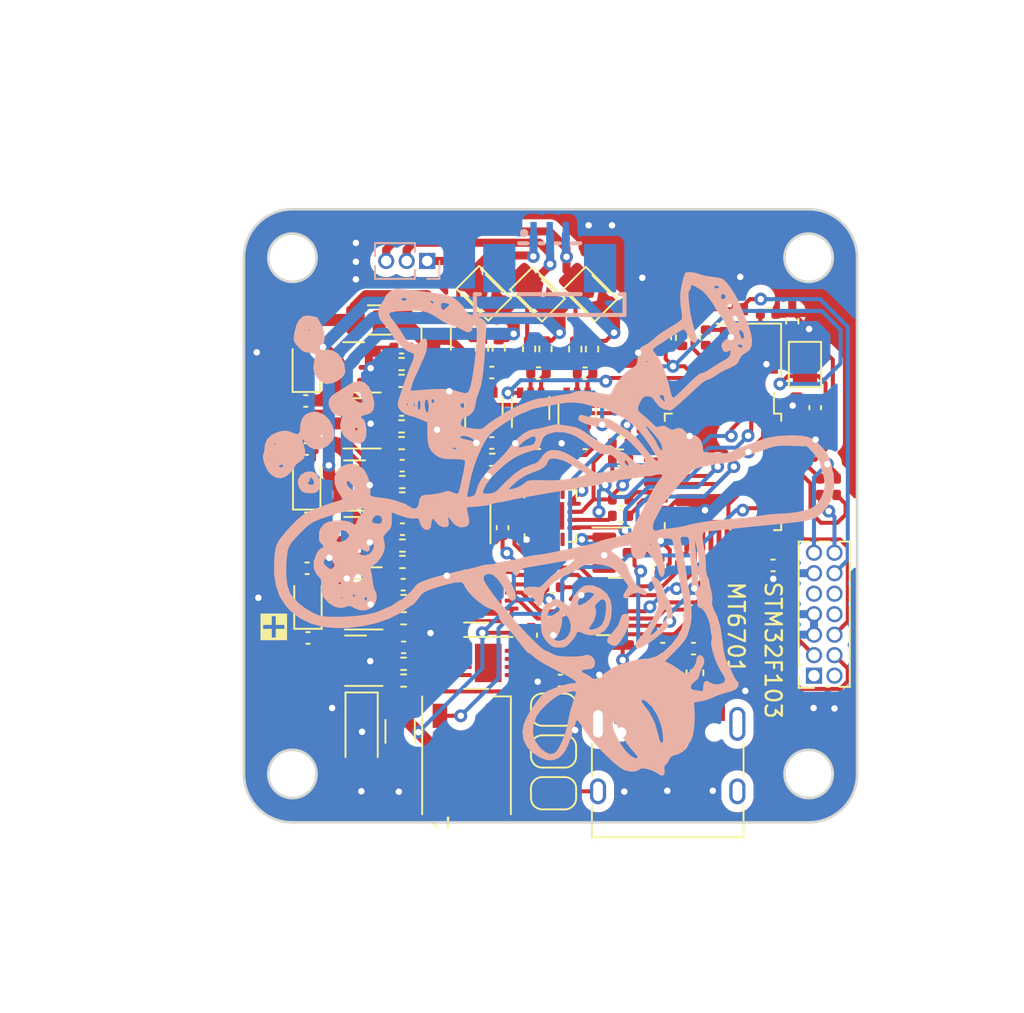
<source format=kicad_pcb>
(kicad_pcb (version 20221018) (generator pcbnew)
  (layers (0 "F.Cu" signal) (31 "B.Cu" signal) (34 "B.Paste" user) (35 "F.Paste" user) (36 "B.SilkS" user "B.Silkscreen") (37 "F.SilkS" user "F.Silkscreen") (38 "B.Mask" user) (39 "F.Mask" user) (44 "Edge.Cuts" user))
  (net 0 "")
  (net 1 "+3V3")
  (net 2 "GND")
  (net 3 "USB_P")
  (net 4 "USB_M")
  (net 5 "U")
  (net 6 "Net-(U206-DRVH)")
  (net 7 "V")
  (net 8 "W")
  (net 9 "VMOT")
  (net 10 "+5V")
  (net 11 "XOUT")
  (net 12 "XIN")
  (net 13 "TIM2_CH1")
  (net 14 "USB_5V")
  (net 15 "Net-(J101-CC1)")
  (net 16 "Net-(J101-D+-PadA6)")
  (net 17 "Net-(J101-D--PadA7)")
  (net 19 "Net-(J101-CC2)")
  (net 21 "Net-(J101-SHIELD)")
  (net 22 "Net-(Q201-G)")
  (net 23 "SWDIO")
  (net 24 "RESET")
  (net 25 "SWCLK")
  (net 26 "Net-(U201-DRVH)")
  (net 27 "Net-(U205-DRVH)")
  (net 28 "Net-(U201-DRVL)")
  (net 29 "Net-(U205-DRVL)")
  (net 30 "Net-(U206-DRVL)")
  (net 31 "SPI1_MISO")
  (net 32 "UART2_TX")
  (net 33 "UART_TX")
  (net 34 "UART2_RX")
  (net 35 "UART_RX")
  (net 36 "BOOT")
  (net 37 "Net-(Q202-G)")
  (net 38 "Net-(Q203-G)")
  (net 39 "TIM1_CH1N")
  (net 40 "TIM1_CH2N")
  (net 41 "TIM1_CH3N")
  (net 42 "TIM1_CH1")
  (net 43 "TIM1_CH2")
  (net 44 "TIM1_CH3")
  (net 45 "SPI1_MOSI")
  (net 46 "SPI1_SCK")
  (net 47 "Z")
  (net 48 "B")
  (net 49 "A")
  (net 50 "Net-(Q204-G)")
  (net 51 "Net-(Q205-G)")
  (net 52 "Net-(Q206-G)")
  (net 53 "I2C2_SCL")
  (net 54 "I2C2_SDA")
  (net 55 "CAN_RX")
  (net 56 "CAN_TX")
  (net 57 "Net-(U202-IN+)")
  (net 58 "Net-(U202-IN-)")
  (net 59 "Net-(U203-IN+)")
  (net 60 "Net-(U203-IN-)")
  (net 61 "Net-(U204-IN+)")
  (net 62 "Net-(U204-IN-)")
  (net 63 "BLDC_U")
  (net 64 "BLDC_V")
  (net 65 "BLDC_W")
  (net 66 "1V65_REF")
  (net 67 "ADC1_IN0")
  (net 68 "ADC1_IN1")
  (net 69 "ADC1_IN4")
  (net 70 "UART1_TX")
  (net 71 "UART1_RX")
  (net 78 "SWO")
  (net 86 "ENC_I2C")
  (net 87 "ENC_MODE")
  (net 92 "PUSH")
  (net 99 "Net-(D201-K)")
  (net 100 "Net-(D203-K)")
  (net 101 "Net-(D202-K)")
  (footprint "Resistor_SMD:R_0402_1005Metric" (layer "F.Cu") (at 157.9244 93.61 180)
    (fp_text reference "R102" hide)
    (fp_text value "5K")
  )
  (footprint "Resistor_SMD:R_0402_1005Metric" (layer "F.Cu") (at 160.5914 107.832 90)
    (fp_text reference "R106" hide)
    (fp_text value "22R")
  )
  (footprint "Jumper:SolderJumper-2_P1.3mm_Open_RoundedPad1.0x1.5mm" (layer "F.Cu") (at 153.7692 115.3016 180)
    (fp_text reference "J103" hide)
    (fp_text value "SHIELD")
  )
  (footprint "Capacitor_SMD:C_0402_1005Metric" (layer "F.Cu") (at 153.706 102.5308 180)
    (fp_text reference "C206" hide)
    (fp_text value "1uF")
  )
  (footprint "LED_SMD:LED_WS2812B_PLCC4_5.0x5.0mm_P3.2mm" (layer "F.Cu") (at 148.3742 112.951 90)
    (fp_text reference "D101" hide)
    (fp_text value "WS2812")
  )
  (footprint "Resistor_SMD:R_0402_1005Metric" (layer "F.Cu") (at 144.4746 104.4558 180)
    (fp_text reference "R209" hide)
    (fp_text value "0R")
  )
  (footprint "matei:JST-XH-edgemount-2p" (layer "F.Cu") (at 137.2234 108.0238 90)
    (fp_text reference "J104" hide)
    (fp_text value "EXTPWR" hide)
  )
  (footprint "Package_DFN_QFN:DFN-8-1EP_3x3mm_P0.5mm_EP1.65x2.38mm" (layer "F.Cu") (at 149.7202 103.1096 180)
    (fp_text reference "U205" hide)
    (fp_text value "~")
  )
  (footprint "Capacitor_SMD:C_0402_1005Metric" (layer "F.Cu") (at 150.6092 98.8424 -90)
    (fp_text reference "C201" hide)
    (fp_text value "1uF")
  )
  (footprint "Jumper:SolderJumper-2_P1.3mm_Open_TrianglePad1.0x1.5mm" (layer "F.Cu") (at 156.0448 84.3644 -45)
    (fp_text reference "JP203" hide)
    (fp_text value "NOSENSE")
  )
  (footprint "Capacitor_SMD:C_0402_1005Metric" (layer "F.Cu") (at 150.6092 96.8866 90)
    (fp_text reference "C101" hide)
    (fp_text value "0.1uF")
  )
  (footprint "Resistor_SMD:R_0402_1005Metric" (layer "F.Cu") (at 144.3496 89.7394 180)
    (fp_text reference "R207" hide)
    (fp_text value "0R")
  )
  (footprint "Resistor_SMD:R_0402_1005Metric" (layer "F.Cu") (at 155.113 87.7713 -90)
    (fp_text reference "R223" hide)
    (fp_text value "0R")
  )
  (footprint "Resistor_SMD:R_0402_1005Metric" (layer "F.Cu") (at 161.6328 107.836 90)
    (fp_text reference "R107" hide)
    (fp_text value "22R")
  )
  (footprint "Resistor_SMD:R_0402_1005Metric" (layer "F.Cu") (at 144.4746 108.3176 180)
    (fp_text reference "R203" hide)
    (fp_text value "0R")
  )
  (footprint "Resistor_SMD:R_0402_1005Metric" (layer "F.Cu") (at 144.4746 107.2752 180)
    (fp_text reference "R206" hide)
    (fp_text value "10k")
  )
  (footprint "Diode_SMD:D_SOD-323" (layer "F.Cu") (at 138.4426 88.818 90)
    (fp_text reference "D201" hide)
    (fp_text value "1N5819WS")
  )
  (footprint "Resistor_SMD:R_1206_3216Metric" (layer "F.Cu") (at 152.7682 84.3644 -45)
    (fp_text reference "R215" hide)
    (fp_text value "22R")
  )
  (footprint "Jumper:SolderJumper-2_P1.3mm_Open_RoundedPad1.0x1.5mm" (layer "F.Cu") (at 153.7692 112.7108)
    (fp_text reference "JP101" hide)
    (fp_text value "MOT PWR")
  )
  (footprint "Capacitor_SMD:C_0402_1005Metric" (layer "F.Cu") (at 160.5406 106.3374 180)
    (fp_text reference "C105" hide)
    (fp_text value "47pF")
  )
  (footprint "Resistor_SMD:R_0402_1005Metric" (layer "F.Cu") (at 149.9692 94.63145 180)
    (fp_text reference "R219" hide)
    (fp_text value "10k")
  )
  (footprint "Resistor_SMD:R_0402_1005Metric" (layer "F.Cu") (at 144.3496 93.6002 180)
    (fp_text reference "R201" hide)
    (fp_text value "0R")
  )
  (footprint "Capacitor_SMD:C_0402_1005Metric" (layer "F.Cu") (at 162.4456 106.3374)
    (fp_text reference "C104" hide)
    (fp_text value "47pF")
  )
  (footprint "Capacitor_SMD:C_0402_1005Metric" (layer "F.Cu") (at 160.693 87.0568 90)
    (fp_text reference "C109" hide)
    (fp_text value ".1uF")
  )
  (footprint "Capacitor_SMD:C_0402_1005Metric" (layer "F.Cu") (at 167.3758 101.1792 180)
    (fp_text reference "C111" hide)
    (fp_text value ".1uF")
  )
  (footprint "Capacitor_SMD:C_0402_1005Metric" (layer "F.Cu") (at 152.381 105.5058 -90)
    (fp_text reference "C210" hide)
    (fp_text value "1uF")
  )
  (footprint "Capacitor_SMD:C_0402_1005Metric" (layer "F.Cu") (at 154.1906 107.326 180)
    (fp_text reference "C107" hide)
    (fp_text value "1uF")
  )
  (footprint "Resistor_SMD:R_0402_1005Metric" (layer "F.Cu") (at 152.2532 87.75875 -90)
    (fp_text reference "R217" hide)
    (fp_text value "0R")
  )
  (footprint "Resistor_SMD:R_0402_1005Metric" (layer "F.Cu") (at 153.2692 87.76075 -90)
    (fp_text reference "R213" hide)
    (fp_text value "0R")
  )
  (footprint "Capacitor_SMD:C_0402_1005Metric" (layer "F.Cu") (at 160.3374 101.202 -90)
    (fp_text reference "C110" hide)
    (fp_text value ".1uF")
  )
  (footprint "matei:TS-1187A-B-A-B" (layer "F.Cu") (at 162.3186 83.4246 180)
    (fp_text reference "SW101" hide)
    (fp_text value "RESET" hide)
  )
  (footprint "Package_TO_SOT_SMD:SOT-363_SC-70-6" (layer "F.Cu") (at 155.232 91.4358 90)
    (fp_text reference "U204" hide)
    (fp_text value "~")
  )
  (footprint "Resistor_SMD:R_0402_1005Metric" (layer "F.Cu") (at 144.4004 100.96575 180)
    (fp_text reference "R202" hide)
    (fp_text value "0R")
  )
  (footprint "Jumper:SolderJumper-2_P1.3mm_Open_TrianglePad1.0x1.5mm" (layer "F.Cu") (at 152.772852 84.369052 -45)
    (fp_text reference "JP201" hide)
    (fp_text value "NOSENSE")
  )
  (footprint "Resistor_SMD:R_0402_1005Metric" (layer "F.Cu") (at 168.567 86.0408 90)
    (fp_text reference "R108" hide)
    (fp_text value "10k")
  )
  (footprint "Capacitor_SMD:C_0402_1005Metric" (layer "F.Cu") (at 138.4934 101.357 180)
    (fp_text reference "C214" hide)
    (fp_text value "10uF")
  )
  (footprint "Capacitor_SMD:C_0402_1005Metric" (layer "F.Cu") (at 144.4004 98.93275 180)
    (fp_text reference "C203" hide)
    (fp_text value "0.1uF")
  )
  (footprint "Package_TO_SOT_SMD:SOT-23" (layer "F.Cu") (at 141.386 92.3744 180)
    (fp_text reference "Q201" hide)
    (fp_text value "AO3400A")
  )
  (footprint "Jumper:SolderJumper-2_P1.3mm_Open_TrianglePad1.0x1.5mm" (layer "F.Cu") (at 149.4408 84.3136 -45)
    (fp_text reference "JP202" hide)
    (fp_text value "NOSENSE")
  )
  (footprint "Resistor_SMD:R_0402_1005Metric" (layer "F.Cu") (at 157.9244 97.0898)
    (fp_text reference "R113" hide)
    (fp_text value "0R")
  )
  (footprint "Connector_PinSocket_1.27mm:PinSocket_2x07_P1.27mm_Vertical" (layer "F.Cu") (at 169.9132 108.0118 180)
    (fp_text reference "J102" hide)
    (fp_text value "STLINK")
  )
  (footprint "Resistor_SMD:R_0402_1005Metric" (layer "F.Cu") (at 144.3496 92.5588 180)
    (fp_text reference "R204" hide)
    (fp_text value "10k")
  )
  (footprint "Capacitor_SMD:C_0402_1005Metric" (layer "F.Cu") (at 144.4492 102.373 180)
    (fp_text reference "C209" hide)
    (fp_text value "0.1uF")
  )
  (footprint "Resistor_SMD:R_0402_1005Metric" (layer "F.Cu") (at 156.1544 87.7693 -90)
    (fp_text reference "R220" hide)
    (fp_text value "0R")
  )
  (footprint "Package_TO_SOT_SMD:SOT-23" (layer "F.Cu") (at 141.4309 96.23015 180)
    (fp_text reference "Q205" hide)
    (fp_text value "AO3400A")
  )
  (footprint "Capacitor_SMD:C_0402_1005Metric" (layer "F.Cu") (at 138.5468 105.675 180)
    (fp_text reference "C222" hide)
    (fp_text value "470nF")
  )
  (footprint "Resistor_SMD:R_0402_1005Metric" (layer "F.Cu") (at 149.3322 87.72465 -90)
    (fp_text reference "R218" hide)
    (fp_text value "0R")
  )
  (footprint "Capacitor_SMD:C_0402_1005Metric" (layer "F.Cu") (at 149.9392 93.59005 180)
    (fp_text reference "C212" hide)
    (fp_text value "0.1uF")
  )
  (footprint "Resistor_SMD:R_0402_1005Metric" (layer "F.Cu") (at 162.6742 107.834 90)
    (fp_text reference "R105" hide)
    (fp_text value "5.1k")
  )
  (footprint "Package_TO_SOT_SMD:SOT-23" (layer "F.Cu") (at 141.4932 107.0876 180)
    (fp_text reference "Q203" hide)
    (fp_text value "AO3400A")
  )
  (footprint "Resistor_SMD:R_0402_1005Metric" (layer "F.Cu") (at 144.3869 97.02775 180)
    (fp_text reference "R208" hide)
    (fp_text value "0R")
  )
  (footprint "Capacitor_SMD:C_0402_1005Metric" (layer "F.Cu") (at 167.0684 85.5836)
    (fp_text reference "C102" hide)
    (fp_text value "20pF")
  )
  (footprint "Crystal:Crystal_SMD_3225-4Pin_3.2x2.5mm" (layer "F.Cu") (at 165.8746 87.8442 180)
    (fp_text reference "Y101" hide)
    (fp_text value "12MHz")
  )
  (footprint "Capacitor_SMD:C_0402_1005Metric" (layer "F.Cu") (at 155.7226 89.2679 180)
    (fp_text reference "C219" hide)
    (fp_text value "10uF")
  )
  (footprint "Connector_USB:USB_C_Receptacle_HRO_TYPE-C-31-M-12" (layer "F.Cu") (at 160.8454 114.1332)
    (fp_text reference "J101" hide)
    (fp_text value "HIROSE TYPE C ")
  )
  (footprint "Package_DFN_QFN:DFN-8-1EP_3x3mm_P0.5mm_EP1.65x2.38mm" (layer "F.Cu") (at 148.247 98.309 90)
    (fp_text reference "U201" hide)
    (fp_text value "~")
  )
  (footprint "Package_TO_SOT_SMD:SOT-363_SC-70-6" (layer "F.Cu") (at 149.4512 91.41455 90)
    (fp_text reference "U203" hide)
    (fp_text value "~")
  )
  (footprint "Resistor_SMD:R_0402_1005Metric" (layer "F.Cu") (at 157.9244 98.1058)
    (fp_text reference "R112" hide)
    (fp_text value "0R")
  )
  (footprint "Package_TO_SOT_SMD:SOT-23" (layer "F.Cu") (at 141.4444 99.73575 180)
    (fp_text reference "Q202" hide)
    (fp_text value "AO3400A")
  )
  (footprint "Capacitor_SMD:C_1206_3216Metric" (layer "F.Cu") (at 142.9638 85.9646)
    (fp_text reference "C221" hide)
    (fp_text value "100uF")
  )
  (footprint "Package_QFP:LQFP-48_7x7mm_P0.5mm" (layer "F.Cu") (at 164.2713 95.3826 -90)
    (fp_text reference "U103" hide)
    (fp_text value "STM32F103")
  )
  (footprint "Package_TO_SOT_SMD:SOT-23" (layer "F.Cu") (at 157.0862 107.0618 180)
    (fp_text reference "U102" hide)
    (fp_text value "XC6206")
  )
  (footprint "Resistor_SMD:R_0402_1005Metric" (layer "F.Cu") (at 144.4746 103.389 180)
    (fp_text reference "R212" hide)
    (fp_text value "10k")
  )
  (footprint "Jumper:SolderJumper-2_P1.3mm_Open_TrianglePad1.0x1.5mm" (layer "F.Cu") (at 169.3544 88.7216 -90)
    (fp_text reference "SW102" hide)
    (fp_text value "BOOT")
  )
  (footprint "Resistor_SMD:R_0402_1005Metric" (layer "F.Cu") (at 150.3736 87.72065 -90)
    (fp_text reference "R214" hide)
    (fp_text value "0R")
  )
  (footprint "Capacitor_SMD:C_1206_3216Metric" (layer "F.Cu") (at 146.4944 87.1058 -90)
    (fp_text reference "C220" hide)
    (fp_text value "100uF")
  )
  (footprint "Capacitor_SMD:C_0402_1005Metric" (layer "F.Cu") (at 149.9418 89.22125 180)
    (fp_text reference "C217" hide)
    (fp_text value "10uF")
  )
  (footprint "Capacitor_SMD:C_0402_1005Metric" (layer "F.Cu") (at 144.3496 91.5428 180)
    (fp_text reference "C202" hide)
    (fp_text value "0.1uF")
  )
  (footprint "Capacitor_SMD:C_0402_1005Metric" (layer "F.Cu") (at 155.7226 93.6113 180)
    (fp_text reference "C218" hide)
    (fp_text value "0.1uF")
  )
  (footprint "Capacitor_SMD:C_0402_1005Metric" (layer "F.Cu") (at 144.4746 106.2592 180)
    (fp_text reference "C204" hide)
    (fp_text value "0.1uF")
  )
  (footprint "Capacitor_SMD:C_0402_1005Metric" (layer "F.Cu") (at 152.8374 89.25935 180)
    (fp_text reference "C216" hide)
    (fp_text value ".1uF")
  )
  (footprint "Capacitor_SMD:C_0402_1005Metric" (layer "F.Cu") (at 169.9894 91.4002 90)
    (fp_text reference "C108" hide)
    (fp_text value ".1uF")
  )
  (footprint "Resistor_SMD:R_0402_1005Metric" (layer "F.Cu") (at 170.8022 95.7944)
    (fp_text reference "R110" hide)
    (fp_text value "0R")
  )
  (footprint "Capacitor_SMD:C_0402_1005Metric" (layer "F.Cu") (at 154.1906 108.3166 180)
    (fp_text reference "C106" hide)
    (fp_text value "1uF")
  )
  (footprint "Jumper:SolderJumper-2_P1.3mm_Open_RoundedPad1.0x1.5mm" (layer "F.Cu") (at 153.7692 110.12 180)
    (fp_text reference "JP102" hide)
    (fp_text value "BUS_PWR")
  )
  (footprint "Diode_SMD:D_SOD-123" (layer "F.Cu") (at 141.8716 111.4146 -90)
    (fp_text reference "D204" hide)
    (fp_text value "B5819W SL")
  )
  (footprint "Resistor_SMD:R_0402_1005Metric" (layer "F.Cu") (at 161.7344 87.0568 90)
    (fp_text reference "R103" hide)
    (fp_text value "10k")
  )
  (footprint "Capacitor_SMD:C_0402_1005Metric" (layer "F.Cu") (at 144.3496 87.682 180)
    (fp_text reference "C207" hide)
    (fp_text value "0.1uF")
  )
  (footprint "Package_TO_SOT_SMD:SOT-23" (layer "F.Cu") (at 157.8505 100.3918)
    (fp_text reference "Q101" hide)
    (fp_text value "AO3400A")
  )
  (footprint "Capacitor_SMD:C_0402_1005Metric" (layer "F.Cu") (at 144.3869 94.99575 180)
    (fp_text reference "C208" hide)
    (fp_text value "0.1uF")
  )
  (footprint "Capacitor_SMD:C_0402_1005Metric" (layer "F.Cu") (at 138.4086 90.984 180)
    (fp_text reference "C205" hide)
    (fp_text value "470nF")
  )
  (footprint "Capacitor_SMD:C_1206_3216Metric" (layer "F.Cu") (at 144.2592 111.4662 -90)
    (fp_text reference "C213" hide)
    (fp_text value "100uF")
  )
  (footprint "Capacitor_SMD:C_0402_1005Metric" (layer "F.Cu") (at 163.2076 87.0568 90)
    (fp_text reference "C103" hide)
    (fp_text value "20pF")
  )
  (footprint "Resistor_SMD:R_0402_1005Metric" (layer "F.Cu") (at 170.8022 96.8104 180)
    (fp_text reference "R109" hide)
    (fp_text value "0R")
  )
  (footprint "Diode_SMD:D_SOD-323" (layer "F.Cu") (at 138.468 96.1078 90)
    (fp_text reference "D202" hide)
    (fp_text value "1N5819WS")
  )
  (footprint "Diode_SMD:D_SOD-323" (layer "F.Cu") (at 138.5442 103.4992 90)
    (fp_text reference "D203" hide)
    (fp_text value "1N5819WS")
  )
  (footprint "Resistor_SMD:R_1206_3216Metric" (layer "F.Cu") (at 149.4408 84.3136 -45)
    (fp_text reference "R216" hide)
    (fp_text value "22R")
  )
  (footprint "Capacitor_SMD:C_0402_1005Metric" (layer "F.Cu") (at 138.4426 93.9656 180)
    (fp_text reference "C215" hide)
    (fp_text value "10uF")
  )
  (footprint "Capacitor_SMD:C_0402_1005Metric" (layer "F.Cu") (at 152.8374 93.60275 180)
    (fp_text reference "C211" hide)
    (fp_text value "0.1uF")
  )
  (footprint "Resistor_SMD:R_0402_1005Metric" (layer "F.Cu") (at 144.4004 99.94875 180)
    (fp_text reference "R205" hide)
    (fp_text value "10k")
  )
  (footprint "Resistor_SMD:R_0402_1005Metric" (layer "F.Cu") (at 148.4686 94.04725 90)
    (fp_text reference "R222" hide)
    (fp_text value "10k")
  )
  (footprint "Package_TO_SOT_SMD:SOT-23" (layer "F.Cu") (at 141.4932 103.5922 180)
    (fp_text reference "Q206" hide)
    (fp_text value "AO3400A")
  )
  (footprint "Capacitor_SMD:C_0402_1005Metric" (layer "F.Cu") (at 138.4706 98.2582 180)
    (fp_text reference "C223" hide)
    (fp_text value "470nF")
  )
  (footprint "Package_TO_SOT_SMD:SOT-23" (layer "F.Cu") (at 141.386 88.9012 180)
    (fp_text reference "Q204" hide)
    (fp_text value "AO3400A")
  )
  (footprint "Package_DFN_QFN:QFN-16-1EP_3x3mm_P0.5mm_EP1.7x1.7mm" (layer "F.Cu") (at 153.581 98.1058 90)
    (fp_text reference "U101" hide)
    (fp_text value "MT6701")
  )
  (footprint "Resistor_SMD:R_0402_1005Metric" (layer "F.Cu") (at 159.55 107.834 90)
    (fp_text reference "R104" hide)
    (fp_text value "5.1k")
  )
  (footprint "Resistor_SMD:R_1206_3216Metric" (layer "F.Cu") (at 156.0448 84.3644 -45)
    (fp_text reference "R221" hide)
    (fp_text value "22R")
  )
  (footprint "Package_DFN_QFN:DFN-8-1EP_3x3mm_P0.5mm_EP1.65x2.38mm" (layer "F.Cu") (at 149.7202 107.2244 180)
    (fp_text reference "U206" hide)
    (fp_text value "~")
  )
  (footprint "Resistor_SMD:R_0402_1005Metric" (layer "F.Cu") (at 144.3869 96.01175 180)
    (fp_text reference "R211" hide)
    (fp_text value "10k")
  )
  (footprint "Resistor_SMD:R_0402_1005Metric" (layer "F.Cu") (at 144.3496 88.698 180)
    (fp_text reference "R210" hide)
    (fp_text value "10k")
  )
  (footprint "Resistor_SMD:R_0402_1005Metric" (layer "F.Cu") (at 157.9244 94.626 180)
    (fp_text reference "R101" hide)
    (fp_text value "5K")
  )
  (footprint "Package_TO_SOT_SMD:SOT-363_SC-70-6" (layer "F.Cu") (at 152.3468 91.42725 90)
    (fp_text reference "U202" hide)
    (fp_text value "~")
  )
  (footprint "matei:oyster_silk" (layer "B.Cu") (at 154.2414 98.9948)
    (fp_text reference "G***" hide)
    (fp_text value "LOGO" hide)
  )
  (footprint "Connector_PinHeader_1.27mm:PinHeader_1x03_P1.27mm_Vertical" (layer "B.Cu") (at 145.9356 82.307 90)
    (fp_text reference "J201" hide)
    (fp_text value "MOTOR")
  )
  (footprint "matei:FPC-SMD_3P-P1.00_HDGC_1.0K-LS-3PWB-BOTTOMCONTACT" (layer "B.Cu") (at 153.5302 81.6974 180)
    (fp_text reference "J202" hide)
    (fp_text value "FPC" hide)
  )
  (gr_circle (center 137.581 114.1058) (end 136.081 114.1058) (stroke (width 0.16)) (fill none) (layer "Edge.Cuts"))
  (gr_line (start 169.581 117.1058) (end 137.581 117.1058) (stroke (width 0.16)) (layer "Edge.Cuts"))
  (gr_arc (start 137.581 117.1058) (mid 135.45968 116.22712) (end 134.581 114.1058) (stroke (width 0.16)) (layer "Edge.Cuts"))
  (gr_arc (start 169.581 79.1058) (mid 171.70232 79.98448) (end 172.581 82.1058) (stroke (width 0.16)) (layer "Edge.Cuts"))
  (gr_arc (start 172.581 114.1058) (mid 171.70232 116.22712) (end 169.581 117.1058) (stroke (width 0.16)) (layer "Edge.Cuts"))
  (gr_circle (center 169.581 114.1058) (end 168.081 114.1058) (stroke (width 0.16)) (fill none) (layer "Edge.Cuts"))
  (gr_line (start 137.581 79.1058) (end 169.581 79.1058) (stroke (width 0.16)) (layer "Edge.Cuts"))
  (gr_line (start 172.581 82.1058) (end 172.581 114.1058) (stroke (width 0.16)) (layer "Edge.Cuts"))
  (gr_line (start 134.581 114.1058) (end 134.581 82.1058) (stroke (width 0.16)) (layer "Edge.Cuts"))
  (gr_circle (center 137.581 82.1058) (end 136.081 82.1058) (stroke (width 0.16)) (fill none) (layer "Edge.Cuts"))
  (gr_arc (start 134.581 82.1058) (mid 135.45968 79.98448) (end 137.581 79.1058) (stroke (width 0.16)) (layer "Edge.Cuts"))
  (gr_circle (center 169.581 82.1058) (end 168.081 82.1058) (stroke (width 0.16)) (fill none) (layer "Edge.Cuts"))
  (gr_text "+" (at 135.547 105.9036) (layer "F.SilkS" knockout) (effects (font (size 1.5 1.5) (thickness 0.3) bold) (justify left bottom)))
  (segment (start 170.6316 89.8834) (end 170.1948 89.4466) (width 0.25) (layer "F.Cu") (net 1))
  (segment (start 150.631 94.78325) (end 150.631 96.3848) (width 0.25) (layer "F.Cu") (net 1))
  (segment (start 167.2136 94.7982) (end 167.2136 92.9982) (width 0.25) (layer "F.Cu") (net 1))
  (segment (start 150.1012 93.27205) (end 150.4192 93.59005) (width 0.25) (layer "F.Cu") (net 1))
  (segment (start 153.966495 94.335) (end 153.3174 93.685905) (width 0.25) (layer "F.Cu") (net 1))
  (segment (start 158.788 100.3918) (end 158.788 101.1538) (width 0.25) (layer "F.Cu") (net 1))
  (segment (start 154.6706 107.130649) (end 154.6706 107.326) (width 0.25) (layer "F.Cu") (net 1))
  (segment (start 161.888196 88.8348) (end 161.1756 88.8348) (width 0.25) (layer "F.Cu") (net 1))
  (segment (start 153.3174 93.685905) (end 153.3174 93.60275) (width 0.25) (layer "F.Cu") (net 1))
  (segment (start 158.788 101.1538) (end 159.169 101.5348) (width 0.25) (layer "F.Cu") (net 1))
  (segment (start 152.1078 94.63145) (end 150.4792 94.63145) (width 0.25) (layer "F.Cu") (net 1))
  (segment (start 169.9894 91.8802) (end 170.1952 91.8802) (width 0.25) (layer "F.Cu") (net 1))
  (segment (start 158.0237 106.1118) (end 155.689449 106.1118) (width 0.25) (layer "F.Cu") (net 1))
  (segment (start 161.7044 87.5368) (end 161.7344 87.5668) (width 0.25) (layer "F.Cu") (net 1))
  (segment (start 160.0072 100.3918) (end 160.3374 100.722) (width 0.25) (layer "F.Cu") (net 1))
  (segment (start 153.966495 94.335) (end 153.670045 94.63145) (width 0.25) (layer "F.Cu") (net 1))
  (segment (start 150.6092 96.4066) (end 152.1052 96.4066) (width 0.25) (layer "F.Cu") (net 1))
  (segment (start 158.788 100.3918) (end 160.0072 100.3918) (width 0.25) (layer "F.Cu") (net 1))
  (segment (start 168.4338 92.6326) (end 169.7222 92.6326) (width 0.25) (layer "F.Cu") (net 1))
  (segment (start 158.788 100.3918) (end 158.788 99.9488) (width 0.25) (layer "F.Cu") (net 1))
  (segment (start 170.1948 89.4466) (end 169.3544 89.4466) (width 0.25) (layer "F.Cu") (net 1))
  (segment (start 164.606 98.4831) (end 166.7853 98.4831) (width 0.25) (layer "F.Cu") (net 1))
  (segment (start 150.631 96.3848) (end 150.6092 96.4066) (width 0.25) (layer "F.Cu") (net 1))
  (segment (start 164.606 98.4831) (end 164.606 97.4058) (width 0.25) (layer "F.Cu") (net 1))
  (segment (start 168.7702 105.5988) (end 169.9132 106.7418) (width 0.25) (layer "F.Cu") (net 1))
  (segment (start 163.0213 89.967904) (end 161.888196 88.8348) (width 0.25) (layer "F.Cu") (net 1))
  (segment (start 167.0213 99.5451) (end 167.8558 100.3796) (width 0.25) (layer "F.Cu") (net 1))
  (segment (start 163.0213 91.2201) (end 163.0213 89.967904) (width 0.25) (layer "F.Cu") (net 1))
  (segment (start 155.777 94.335) (end 153.966495 94.335) (width 0.25) (layer "F.Cu") (net 1))
  (segment (start 155.689449 106.1118) (end 154.6706 107.130649) (width 0.25) (layer "F.Cu") (net 1))
  (segment (start 162.029495 98.1308) (end 162.381795 98.4831) (width 0.25) (layer "F.Cu") (net 1))
  (segment (start 155.882 92.3858) (end 156.7069 92.3858) (width 0.25) (layer "F.Cu") (net 1))
  (segment (start 152.9968 93.28215) (end 153.3174 93.60275) (width 0.25) (layer "F.Cu") (net 1))
  (segment (start 155.882 93.2907) (end 156.2026 93.6113) (width 0.25) (layer "F.Cu") (net 1))
  (segment (start 160.693 87.5368) (end 161.7044 87.5368) (width 0.25) (layer "F.Cu") (net 1))
  (segment (start 169.3544 89.4466) (end 168.2854 89.4466) (width 0.25) (layer "F.Cu") (net 1))
  (segment (start 150.4792 93.65005) (end 150.4192 93.59005) (width 0.25) (layer "F.Cu") (net 1))
  (segment (start 168.2854 89.4466) (end 167.805 89.927) (width 0.25) (layer "F.Cu") (net 1))
  (segment (start 168.7702 102.0936) (end 168.7702 105.5988) (width 0.25) (layer "F.Cu") (net 1))
  (segment (start 150.1012 92.36455) (end 150.1012 93.27205) (width 0.25) (layer "F.Cu") (net 1))
  (segment (start 158.788 99.9488) (end 160.1088 98.628) (width 0.25) (layer "F.Cu") (net 1))
  (segment (start 150.4792 94.63145) (end 150.631 94.78325) (width 0.25) (layer "F.Cu") (net 1))
  (segment (start 167.5792 92.6326) (end 168.4338 92.6326) (width 0.25) (layer "F.Cu") (net 1))
  (segment (start 170.1952 91.8802) (end 170.6316 91.4438) (width 0.25) (layer "F.Cu") (net 1))
  (segment (start 161.1756 88.8348) (end 160.7184 88.3776) (width 0.25) (layer "F.Cu") (net 1))
  (segment (start 155.882 92.3858) (end 155.882 93.2907) (width 0.25) (layer "F.Cu") (net 1))
  (segment (start 156.2026 93.6113) (end 156.2026 93.9094) (width 0.25) (layer "F.Cu") (net 1))
  (segment (start 166.7853 98.4831) (end 167.0213 98.7191) (width 0.25) (layer "F.Cu") (net 1))
  (segment (start 167.8558 100.3796) (end 167.8558 101.1792) (width 0.25) (layer "F.Cu") (net 1))
  (segment (start 169.9894 92.3654) (end 169.9894 91.8802) (width 0.25) (layer "F.Cu") (net 1))
  (segment (start 167.2136 92.9982) (end 167.5792 92.6326) (width 0.25) (layer "F.Cu") (net 1))
  (segment (start 152.1078 97.3451) (end 152.1078 96.404) (width 0.25) (layer "F.Cu") (net 1))
  (segment (start 152.1052 96.4066) (end 152.1078 96.404) (width 0.25) (layer "F.Cu") (net 1))
  (segment (start 158.0514 107.0466) (end 158.0514 106.1395) (width 0.25) (layer "F.Cu") (net 1))
  (segment (start 150.4792 94.63145) (end 150.4792 93.65005) (width 0.25) (layer "F.Cu") (net 1))
  (segment (start 160.7184 87.5622) (end 160.693 87.5368) (width 0.25) (layer "F.Cu") (net 1))
  (segment (start 160.1088 98.628) (end 160.1088 98.1326) (width 0.25) (layer "F.Cu") (net 1))
  (segment (start 158.0514 106.1395) (end 158.0237 106.1118) (width 0.25) (layer "F.Cu") (net 1))
  (segment (start 160.7184 88.3776) (end 160.7184 87.5622) (width 0.25) (layer "F.Cu") (net 1))
  (segment (start 160.1106 98.1308) (end 162.029495 98.1308) (width 0.25) (layer "F.Cu") (net 1))
  (segment (start 152.1185 97.3558) (end 152.1078 97.3451) (width 0.25) (layer "F.Cu") (net 1))
  (segment (start 162.381795 98.4831) (end 164.606 98.4831) (width 0.25) (layer "F.Cu") (net 1))
  (segment (start 160.1088 98.1326) (end 160.1106 98.1308) (width 0.25) (layer "F.Cu") (net 1))
  (segment (start 152.9968 92.37725) (end 152.9968 93.28215) (width 0.25) (layer "F.Cu") (net 1))
  (segment (start 156.7069 92.3858) (end 156.7814 92.4603) (width 0.25) (layer "F.Cu") (net 1))
  (segment (start 164.606 97.4058) (end 167.2136 94.7982) (width 0.25) (layer "F.Cu") (net 1))
  (segment (start 167.0213 98.7191) (end 167.0213 99.5451) (width 0.25) (layer "F.Cu") (net 1))
  (segment (start 153.670045 94.63145) (end 152.1078 94.63145) (width 0.25) (layer "F.Cu") (net 1))
  (segment (start 169.7222 92.6326) (end 169.9894 92.3654) (width 0.25) (layer "F.Cu") (net 1))
  (segment (start 170.6316 91.4438) (end 170.6316 89.8834) (width 0.25) (layer "F.Cu") (net 1))
  (segment (start 167.8558 101.1792) (end 168.7702 102.0936) (width 0.25) (layer "F.Cu") (net 1))
  (segment (start 156.2026 93.9094) (end 155.777 94.335) (width 0.25) (layer "F.Cu") (net 1))
  (via (at 159.169 101.5348) (size 0.8) (drill 0.4) (layers "F.Cu" "B.Cu") (net 1))
  (via (at 167.805 89.927) (size 0.8) (drill 0.4) (layers "F.Cu" "B.Cu") (net 1))
  (via (at 158.0514 107.0466) (size 0.8) (drill 0.4) (layers "F.Cu" "B.Cu") (net 1))
  (via (at 156.7814 92.4603) (size 0.8) (drill 0.4) (layers "F.Cu" "B.Cu") (net 1))
  (via (at 161.1756 88.8348) (size 0.8) (drill 0.4) (layers "F.Cu" "B.Cu") (net 1))
  (segment (start 170.394404 85.4058) (end 164.63 85.4058) (width 0.25) (layer "B.Cu") (net 1))
  (segment (start 159.169 101.5348) (end 159.0166 101.6872) (width 0.25) (layer "B.Cu") (net 1))
  (segment (start 167.805 89.927) (end 170.2942 89.927) (width 0.25) (layer "B.Cu") (net 1))
  (segment (start 171.5582 88.663) (end 171.5582 86.569596) (width 0.25) (layer "B.Cu") (net 1))
  (segment (start 161.201 88.8348) (end 161.1756 88.8348) (width 0.25) (layer "B.Cu") (net 1))
  (segment (start 159.1944 88.8348) (end 156.7814 91.2478) (width 0.25) (layer "B.Cu") (net 1))
  (segment (start 159.0166 106.0814) (end 158.0514 107.0466) (width 0.25) (layer "B.Cu") (net 1))
  (segment (start 159.0166 101.6872) (end 159.0166 106.0814) (width 0.25) (layer "B.Cu") (net 1))
  (segment (start 164.63 85.4058) (end 161.201 88.8348) (width 0.25) (layer "B.Cu") (net 1))
  (segment (start 161.1756 88.8348) (end 159.1944 88.8348) (width 0.25) (layer "B.Cu") (net 1))
  (segment (start 171.5582 86.569596) (end 170.394404 85.4058) (width 0.25) (layer "B.Cu") (net 1))
  (segment (start 156.7814 91.2478) (end 156.7814 92.4603) (width 0.25) (layer "B.Cu") (net 1))
  (segment (start 170.2942 89.927) (end 171.5582 88.663) (width 0.25) (layer "B.Cu") (net 1))
  (segment (start 142.4307 103.5919) (end 142.4304 103.5922) (width 0.25) (layer "F.Cu") (net 2))
  (segment (start 147.603404 95.6094) (end 146.9236 94.929596) (width 0.25) (layer "F.Cu") (net 2))
  (segment (start 143.8396 88.698) (end 143.8396 87.712) (width 0.25) (layer "F.Cu") (net 2))
  (segment (start 142.6999 102.373) (end 142.4307 102.6422) (width 0.25) (layer "F.Cu") (net 2))
  (segment (start 152.1185 98.8558) (end 152.1185 99.567) (width 0.25) (layer "F.Cu") (net 2))
  (segment (start 162.6742 106.5888) (end 162.9256 106.3374) (width 0.25) (layer "F.Cu") (net 2))
  (segment (start 168.9454 90.9202) (end 169.9894 90.9202) (width 0.25) (layer "F.Cu") (net 2))
  (segment (start 152.3468 93.59215) (end 152.3574 93.60275) (width 0.25) (layer "F.Cu") (net 2))
  (segment (start 146.192992 105.3702) (end 147.797192 106.9744) (width 0.25) (layer "F.Cu") (net 2))
  (segment (start 166.5213 100.8047) (end 166.8958 101.1792) (width 0.25) (layer "F.Cu") (net 2))
  (segment (start 159.55 107.324) (end 159.55 107.3514) (width 0.25) (layer "F.Cu") (net 2))
  (segment (start 149.4512 93.58205) (end 149.4592 93.59005) (width 0.25) (layer "F.Cu") (net 2))
  (segment (start 164.3572 86.5768) (end 164.757 86.9766) (width 0.25) (layer "F.Cu") (net 2))
  (segment (start 143.8396 87.712) (end 143.8696 87.682) (width 0.25) (layer "F.Cu") (net 2))
  (segment (start 160.9724 101.054609) (end 160.345009 101.682) (width 0.25) (layer "F.Cu") (net 2))
  (segment (start 142.5681 99.94875) (end 142.3796 99.76025) (width 0.25) (layer "F.Cu") (net 2))
  (segment (start 143.9946 107.2452) (end 143.9646 107.2752) (width 0.25) (layer "F.Cu") (net 2))
  (segment (start 146.4944 88.0202) (end 146.4944 88.5808) (width 0.75) (layer "F.Cu") (net 2))
  (segment (start 140.270004 93.3306) (end 142.219554 95.28015) (width 0.25) (layer "F.Cu") (net 2))
  (segment (start 153.7106 107.326) (end 153.7106 108.3166) (width 0.25) (layer "F.Cu") (net 2))
  (segment (start 138.0134 101.1004) (end 138.40355 100.71025) (width 0.25) (layer "F.Cu") (net 2))
  (segment (start 137.9626 93.9656) (end 137.9626 93.6582) (width 0.25) (layer "F.Cu") (net 2))
  (segment (start 147.1587 102.3261) (end 147.6922 102.8596) (width 0.25) (layer "F.Cu") (net 2))
  (segment (start 164.8118 87.0314) (end 164.7746 86.9942) (width 0.25) (layer "F.Cu") (net 2))
  (segment (start 143.9646 103.389) (end 143.9646 102.3776) (width 0.25) (layer "F.Cu") (net 2))
  (segment (start 147.797192 106.9744) (end 148.2702 106.9744) (width 0.25) (layer "F.Cu") (net 2))
  (segment (start 160.911985 97.6326) (end 160.1088 97.6326) (width 0.25) (layer "F.Cu") (net 2))
  (segment (start 143.8396 92.5588) (end 142.59645 92.5588) (width 0.25) (layer "F.Cu") (net 2))
  (segment (start 158.0237 108.0118) (end 156.6541 108.0118) (width 0.25) (layer "F.Cu") (net 2))
  (segment (start 155.485406 103.0212) (end 154.995006 102.5308) (width 0.25) (layer "F.Cu") (net 2))
  (segment (start 163.156 97.7586) (end 162.6032 97.2058) (width 0.25) (layer "F.Cu") (net 2))
  (segment (start 152.3468 92.37725) (end 152.3468 93.59215) (width 0.25) (layer "F.Cu") (net 2))
  (segment (start 138.40355 100.71025) (end 139.865 100.71025) (width 0.25) (layer "F.Cu") (net 2))
  (segment (start 143.8904 99.94875) (end 142.5681 99.94875) (width 0.25) (layer "F.Cu") (net 2))
  (segment (start 156.1424 109.6282) (end 155.2442 110.5264) (width 0.25) (layer "F.Cu") (net 2))
  (segment (start 143.9692 102.373) (end 142.6999 102.373) (width 0.25) (layer "F.Cu") (net 2))
  (segment (start 143.8904 98.96275) (end 143.9204 98.93275) (width 0.25) (layer "F.Cu") (net 2))
  (segment (start 153.756 105.5058) (end 153.276 105.0258) (width 0.25) (layer "F.Cu") (net 2))
  (segment (start 148.97815 93.59005) (end 148.5214 93.59005) (width 0.25) (layer "F.Cu") (net 2))
  (segment (start 168.4338 93.1326) (end 169.766 93.1326) (width 0.25) (layer "F.Cu") (net 2))
  (segment (start 168.5924 91.2732) (end 168.9454 90.9202) (width 0.25) (layer "F.Cu") (net 2))
  (segment (start 152.854394 108.3166) (end 152.785897 108.385097) (width 0.25) (layer "F.Cu") (net 2))
  (segment (start 142.6841 88.698) (end 142.4304 88.9517) (width 0.25) (layer "F.Cu") (net 2))
  (segment (start 160.345009 101.682) (end 160.3374 101.682) (width 0.25) (layer "F.Cu") (net 2))
  (segment (start 140.0428 110.0184) (end 140.0282 110.0038) (width 0.25) (layer "F.Cu") (net 2))
  (segment (start 148.9836 93.5846) (end 148.97815 93.59005) (width 0.25) (layer "F.Cu") (net 2))
  (segment (start 142.59645 92.5588) (end 142.430643 92.392993) (width 0.25) (layer "F.Cu") (net 2))
  (segment (start 149.4592 93.59005) (end 148.98905 93.59005) (width 0.25) (layer "F.Cu") (net 2))
  (segment (start 163.131 93.1558) (end 163.5213 92.7655) (width 0.25) (layer "F.Cu") (net 2))
  (segment (start 149.4512 92.36455) (end 149.4512 93.58205) (width 0.25) (layer "F.Cu") (net 2))
  (segment (start 146.9236 93.1502) (end 146.5452 92.7718) (width 0.25) (layer "F.Cu") (net 2))
  (segment (start 168.5142 85.5836) (end 168.567 85.5308) (width 0.25) (layer "F.Cu") (net 2))
  (segment (start 159.55 107.3514) (end 158.8896 108.0118) (width 0.25) (layer "F.Cu") (net 2))
  (segment (start 163.2076 86.5768) (end 164.3572 86.5768) (width 0.25) (layer "F.Cu") (net 2))
  (segment (start 137.9626 93.6582) (end 138.2902 93.3306) (width 0.25) (layer "F.Cu") (net 2))
  (segment (start 155.2426 93.6113) (end 155.2426 92.3964) (width 0.25) (layer "F.Cu") (net 2))
  (segment (start 157.5954 110.0882) (end 157.1354 109.6282) (width 0.25) (layer "F.Cu") (net 2))
  (segment (start 164.757 87.0314) (end 164.8118 87.0314) (width 0.25) (layer "F.Cu") (net 2))
  (segment (start 148.5214 93.59005) (end 148.4686 93.53725) (width 0.25) (layer "F.Cu") (net 2))
  (segment (start 142.219554 95.28015) (end 142.3684 95.28015) (width 0.25) (layer "F.Cu") (net 2))
  (segment (start 143.9069 94.99575) (end 142.6528 94.99575) (width 0.25) (layer "F.Cu") (net 2))
  (segment (start 155.2442 110.5264) (end 155.2442 111.2508) (width 0.25) (layer "F.Cu") (net 2))
  (segment (start 142.570053 107.2752) (end 142.406953 107.1121) (width 0.25) (layer "F.Cu") (net 2))
  (segment (start 146.1388 105.3702) (end 146.192992 105.3702) (width 0.25) (layer "F.Cu") (net 2))
  (segment (start 169.766 93.1326) (end 170.0148 93.3814) (width 0.25) (layer "F.Cu") (net 2))
  (segment (start 148.497 96.859) (end 148.497 95.944796) (width 0.25) (layer "F.Cu") (net 2))
  (segment (start 142.6528 94.99575) (end 142.3684 95.28015) (width 0.25) (layer "F.Cu") (net 2))
  (segment (start 150.6092 97.3666) (end 150.601591 97.3666) (width 0.25) (layer "F.Cu") (net 2))
  (segment (start 147.6922 102.8596) (end 148.2702 102.8596) (width 0.25) (layer "F.Cu") (net 2))
  (segment (start 142.3684 96.1896) (end 142.3796 96.2008) (width 0.25) (layer "F.Cu") (net 2))
  (segment (start 166.8958 101.519265) (end 167.389211 102.012676) (width 0.25) (layer "F.Cu") (net 2))
  (segment (start 143.8696 91.5428) (end 143.8696 92.5288) (width 0.25) (layer "F.Cu") (net 2))
  (segment (start 143.8396 88.698) (end 142.6841 88.698) (width 0.25) (layer "F.Cu") (net 2))
  (segment (start 143.8696 88.668) (end 143.8396 88.698) (width 0.25) (layer "F.Cu") (net 2))
  (segment (start 160.4136 99.6552) (end 160.9724 100.214) (width 0.25) (layer "F.Cu") (net 2))
  (segment (start 158.8896 108.0118) (end 158.0237 108.0118) (width 0.25) (layer "F.Cu") (net 2))
  (segment (start 153.7106 108.3166) (end 152.854394 108.3166) (width 0.25) (layer "F.Cu") (net 2))
  (segment (start 138.2902 93.3306) (end 140.270004 93.3306) (width 0.25) (layer "F.Cu") (net 2))
  (segment (start 144.4388 85.9646) (end 146.4944 88.0202) (width 0.75) (layer "F.Cu") (net 2))
  (segment (start 143.8769 96.01175) (end 143.8769 95.02575) (width 0.25) (layer "F.Cu") (net 2))
  (segment (start 153.276 105.0258) (end 152.381 105.0258) (width 0.25) (layer "F.Cu") (net 2))
  (segment (start 143.9646 102.3776) (end 143.9692 102.373) (width 0.25) (layer "F.Cu") (net 2))
  (segment (start 142.4307 102.6422) (end 142.4307 103.5919) (width 0.25) (layer "F.Cu") (net 2))
  (segment (start 140.0282 110.0038) (end 136.7662 110.0038) (width 0.25) (layer "F.Cu") (net 2))
  (segment (start 162.206 93.1558) (end 163.131 93.1558) (width 0.25) (layer "F.Cu") (net 2))
  (segment (start 150.6092 97.3666) (end 150.6092 98.3624) (width 0.25) (layer "F.Cu") (net 2))
  (segment (start 142.3684 95.28015) (end 142.3684 96.1896) (width 0.25) (layer "F.Cu") (net 2))
  (segment (start 143.8696 87.682) (end 142.5927 87.682) (width 0.25) (layer "F.Cu") (net 2))
  (segment (start 143.9204 99.91875) (end 143.8904 99.94875) (width 0.25) (layer "F.Cu") (net 2))
  (segment (start 148.98905 93.59005) (end 148.9836 93.5846) (width 0.25) (layer "F.Cu") (net 2))
  (segment (start 162.6032 97.2058) (end 161.338785 97.2058) (width 0.25) (layer "F.Cu") (net 2))
  (segment (start 161.338785 97.2058) (end 160.911985 97.6326) (width 0.25) (layer "F.Cu") (net 2))
  (segment (start 142.5927 87.682) (end 142.3235 87.9512) (width 0.25) (layer "F.Cu") (net 2))
  (segment (start 143.9946 106.2592) (end 143.9946 107.2452) (width 0.25) (layer "F.Cu") (net 2))
  (segment (start 162.6742 107.324) (end 162.6742 106.5888) (width 0.25) (layer "F.Cu") (net 2))
  (segment (start 148.497 95.944796) (end 148.161604 95.6094) (width 0.25) (layer "F.Cu") (net 2))
  (segment (start 146.9236 94.929596) (end 146.9236 93.1502) (width 0.25) (layer "F.Cu") (net 2))
  (segment (start 156.6541 108.0118) (end 156.6036 107.9613) (width 0.25) (layer "F.Cu") (net 2))
  (segment (start 150.601591 97.3666) (end 149.707266 96.472275) (width 0.25) (layer "F.Cu") (net 2))
  (segment (start 143.9204 98.93275) (end 143.9204 99.91875) (width 0.25) (layer "F.Cu") (net 2))
  (segment (start 149.707266 96.472275) (end 149.707266 95.639492) (width 0.25) (layer "F.Cu") (net 2))
  (segment (start 168.6158 85.5308) (end 169.6084 86.5234) (width 0.25) (layer "F.Cu") (net 2))
  (segment (start 143.8696 92.5288) (end 143.8396 92.5588) (width 0.25) (layer "F.Cu") (net 2))
  (segment (start 167.5484 85.5836) (end 168.5142 85.5836) (width 0.25) (layer "F.Cu") (net 2))
  (segment (start 163.5213 92.7655) (end 163.5213 91.2201) (width 0.25) (layer "F.Cu") (net 2))
  (segment (start 148.161604 95.6094) (end 147.603404 95.6094) (width 0.25) (layer "F.Cu") (net 2))
  (segment (start 157.1354 109.6282) (end 156.1424 109.6282) (width 0.25) (layer "F.Cu") (net 2))
  (segment (start 160.0606 106.3374) (end 160.0606 106.8134) (width 0.25) (layer "F.Cu") (net 2))
  (segment (start 154.995006 102.5308) (end 154.186 102.5308) (width 0.25) (layer "F.Cu") (net 2))
  (segment (start 143.9692 103.3844) (end 143.9646 103.389) (width 0.25) (layer "F.Cu") (net 2))
  (segment (start 155.2426 92.3964) (end 155.232 92.3858) (width 0.25) (layer "F.Cu") (net 2))
  (segment (start 160.9724 100.214) (end 160.9724 101.054609) (width 0.25) (layer "F.Cu") (net 2))
  (segment (start 152.1185 99.567) (end 152.1065 99.579) (width 0.25) (layer "F.Cu") (net 2))
  (segment (start 143.8769 95.02575) (end 143.9069 94.99575) (width 0.25) (layer "F.Cu") (net 2))
  (segment (start 166.8958 101.1792) (end 166.8958 101.519265) (width 0.25) (layer "F.Cu") (net 2))
  (segment (start 160.0606 106.8134) (end 159.55 107.324) (width 0.25) (layer "F.Cu") (net 2))
  (segment (start 138.0134 101.357) (end 138.0134 101.1004) (width 0.25) (layer "F.Cu") (net 2))
  (segment (start 168.567 85.5308) (end 168.6158 85.5308) (width 0.25) (layer "F.Cu") (net 2))
  (segment (start 147.1587 101.8142) (end 147.1587 102.3261) (width 0.25) (layer "F.Cu") (net 2))
  (segment (start 143.9646 107.2752) (end 142.570053 107.2752) (width 0.25) (layer "F.Cu") (net 2))
  (segment (start 166.5213 99.5451) (end 166.5213 100.8047) (width 0.25) (layer "F.Cu") (net 2))
  (segment (start 155.2442 111.2508) (end 155.105 111.39) (width 0.25) (layer "F.Cu") (net 2))
  (segment (start 164.757 86.9766) (end 164.757 87.0314) (width 0.25) (layer "F.Cu") (net 2))
  (via (at 162.206 93.1558) (size 0.8) (drill 0.4) (layers "F.Cu" "B.Cu") (net 2))
  (via (at 153.756 105.5058) (size 0.8) (drill 0.4) (layers "F.Cu" "B.Cu") (net 2))
  (via (at 155.9432 80.0972) (size 0.8) (drill 0.4) (layers "F.Cu" "B.Cu") (net 2))
  (via (at 139.865 100.71025) (size 0.8) (drill 0.4) (layers "F.Cu" "B.Cu") (net 2))
  (via (at 157.391 80.0972) (size 0.8) (drill 0.4) (layers "F.Cu" "B.Cu") (net 2))
  (via (at 141.516 83.45) (size 0.8) (drill 0.4) (layers "F.Cu" "B.Cu") (net 2))
  (via (at 155.105 111.39) (size 0.8) (drill 0.4) (layers "F.Cu" "B.Cu") (net 2))
  (via (at 146.5452 92.7718) (size 0.8) (drill 0.4) (layers "F.Cu" "B.Cu") (net 2))
  (via (at 160.4136 99.6552) (size 0.8) (drill 0.4) (layers "F.Cu" "B.Cu") (net 2))
  (via (at 169.6084 86.5234) (size 0.8) (drill 0.4) (layers "F.Cu" "B.Cu") (net 2))
  (via (at 141.516 82.3578) (size 0.8) (drill 0.4) (layers "F.Cu" "B.Cu") (net 2))
  (via (at 160.82 115.1492) (size 0.8) (drill 0.4) (layers "F.Cu" "B.Cu") (net 2))
  (via (at 142.4304 103.5922) (size 0.8) (drill 0.4) (layers "F.Cu" "B.Cu") (net 2))
  (via (at 148.9836 93.5846) (size 0.8) (drill 0.4) (layers "F.Cu" "B.Cu") (net 2))
  (via (at 152.785897 108.385097) (size 0.8) (drill 0.4) (layers "F.Cu" "B.Cu") (net 2))
  (via (at 165.3412 83.2976) (size 0.8) (drill 0.4) (layers "F.Cu" "B.Cu") (net 2))
  (via (at 155.485406 103.0212) (size 0.8) (drill 0.4) (layers "F.Cu" "B.Cu") (net 2))
  (via (at 169.8878 110.0184) (size 0.8) (drill 0.4) (layers "F.Cu" "B.Cu") (net 2))
  (via (at 146.1388 105.3702) (size 0.8) (drill 0.4) (layers "F.Cu" "B.Cu") (net 2))
  (via (at 142.406953 107.1121) (size 0.8) (drill 0.4) (layers "F.Cu" "B.Cu") (net 2))
  (via (at 142.430643 92.392993) (size 0.8) (drill 0.4) (layers "F.Cu" "B.Cu") (net 2))
  (via (at 165.656 108.9558) (size 0.8) (drill 0.4) (layers "F.Cu" "B.Cu") (net 2))
  (via (at 140.0428 110.0184) (size 0.8) (drill 0.4) (layers "F.Cu" "B.Cu") (net 2))
  (via (at 159.2706 83.3484) (size 0.8) (drill 0.4) (layers "F.Cu" "B.Cu") (net 2))
  (via (at 135.4708 103.1858) (size 0.8) (drill 0.4) (layers "F.Cu" "B.Cu") (net 2))
  (via (at 147.306 90.3808) (size 0.8) (drill 0.4) (layers "F.Cu" "B.Cu") (net 2))
  (via (at 171.1832 110.0438) (size 0.8) (drill 0.4) (layers "F.Cu" "B.Cu") (net 2))
  (via (at 142.3796 96.2008) (size 0.8) (drill 0.4) (layers "F.Cu" "B.Cu") (net 2))
  (via (at 147.1587 101.8142) (size 0.8) (drill 0.4) (layers "F.Cu" "B.Cu") (net 2))
  (via (at 149.707266 95.639492) (size 0.8) (drill 0.4) (layers "F.Cu" "B.Cu") (net 2))
  (via (at 141.516 81.1894) (size 0.8) (drill 0.4) (layers "F.Cu" "B.Cu") (net 2))
  (via (at 141.856 115.1808) (size 0.8) (drill 0.4) (layers "F.Cu" "B.Cu") (net 2))
  (via (at 166.9668 88.7078) (size 0.8) (drill 0.4) (layers "F.Cu" "B.Cu") (net 2))
  (via (at 152.1065 99.579) (size 0.8) (drill 0.4) (layers "F.Cu" "B.Cu") (net 2))
  (via (at 167.389211 102.012676) (size 0.8) (drill 0.4) (layers "F.Cu" "B.Cu") (net 2))
  (via (at 164.757 87.0314) (size 0.8) (drill 0.4) (layers "F.Cu" "B.Cu") (net 2))
  (via (at 163.6394 115.1492) (size 0.8) (drill 0.4) (layers "F.Cu" "B.Cu") (net 2))
  (via (at 168.5924 91.2732) (size 0.8) (drill 0.4) (layers "F.Cu" "B.Cu") (net 2))
  (via (at 159.0166 87.9966) (size 0.8) (drill 0.4) (layers "F.Cu" "B.Cu") (net 2))
  (via (at 141.897 111.4916) (size 0.8) (drill 0.4) (layers "F.Cu" "B.Cu") (net 2))
  (via (at 163.156 97.7586) (size 0.8) (drill 0.4) (layers "F.Cu" "B.Cu") (net 2))
  (via (at 170.0148 93.3814) (size 0.8) (drill 0.4) (layers "F.Cu" "B.Cu") (net 2))
  (via (at 142.3796 99.76025) (size 0.8) (drill 0.4) (layers "F.Cu" "B.Cu") (net 2))
  (via (at 151.3966 93.61) (size 0.8) (drill 0.4) (layers "F.Cu" "B.Cu") (net 2))
  (via (at 156.6036 107.9613) (size 0.8) (drill 0.4) (layers "F.Cu" "B.Cu") (net 2))
  (via (at 144.181 115.2058) (size 0.8) (drill 0.4) (layers "F.Cu" "B.Cu") (net 2))
  (via (at 135.3692 87.9712) (size 0.8) (drill 0.4) (layers "F.Cu" "B.Cu") (net 2))
  (via (at 158.153 115.2) (size 0.8) (drill 0.4) (layers "F.Cu" "B.Cu") (net 2))
  (via (at 154.2668 93.61) (size 0.8) (drill 0.4) (layers "F.Cu" "B.Cu") (net 2))
  (via (at 142.4304 88.9517) (size 0.8) (drill 0.4) (layers "F.Cu" "B.Cu") (net 2))
  (segment (start 163.156 97.7586) (end 161.2594 99.6552) (width 0.25) (layer "B.Cu") (net 2))
  (segment (start 161.2594 99.6552) (end 160.4136 99.6552) (width 0.25) (layer "B.Cu") (net 2))
  (segment (start 161.9656 106.329791) (end 162.592991 105.7024) (width 0.25) (layer "F.Cu") (net 3))
  (segment (start 161.6328 106.6702) (end 161.9656 106.3374) (width 0.25) (layer "F.Cu") (net 3))
  (segment (start 161.6328 107.326) (end 161.6328 106.6702) (width 0.25) (layer "F.Cu") (net 3))
  (segment (start 161.9656 106.3374) (end 161.9656 106.329791) (width 0.25) (layer "F.Cu") (net 3))
  (segment (start 163.4596 105.7024) (end 165.5213 103.6407) (width 0.25) (layer "F.Cu") (net 3))
  (segment (start 165.5213 103.6407) (end 165.5213 99.5451) (width 0.25) (layer "F.Cu") (net 3))
  (segment (start 162.592991 105.7024) (end 163.4596 105.7024) (width 0.25) (layer "F.Cu") (net 3))
  (segment (start 165.0213 103.504304) (end 165.0213 99.5451) (width 0.25) (layer "F.Cu") (net 4))
  (segment (start 163.273204 105.2524) (end 165.0213 103.504304) (width 0.25) (layer "F.Cu") (net 4))
  (segment (start 160.5914 106.7666) (end 161.0206 106.3374) (width 0.25) (layer "F.Cu") (net 4))
  (segment (start 162.082991 105.2524) (end 163.273204 105.2524) (width 0.25) (layer "F.Cu") (net 4))
  (segment (start 161.0206 106.314791) (end 162.082991 105.2524) (width 0.25) (layer "F.Cu") (net 4))
  (segment (start 161.0206 106.3374) (end 161.0206 106.314791) (width 0.25) (layer "F.Cu") (net 4))
  (segment (start 160.5914 107.322) (end 160.5914 106.7666) (width 0.25) (layer "F.Cu") (net 4))
  (segment (start 140.4485 89.975199) (end 141.897701 91.4244) (width 0.75) (layer "F.Cu") (net 5))
  (segment (start 146.4736 93.7416) (end 145.654996 92.922996) (width 0.25) (layer "F.Cu") (net 5))
  (segment (start 147.975208 96.0594) (end 147.417008 96.0594) (width 0.25) (layer "F.Cu") (net 5))
  (segment (start 145.162209 90.9078) (end 142.8401 90.9078) (width 0.25) (layer "F.Cu") (net 5))
  (segment (start 147.997 96.859) (end 147.997 96.081192) (width 0.25) (layer "F.Cu") (net 5))
  (segment (start 145.654996 91.400587) (end 145.162209 90.9078) (width 0.25) (layer "F.Cu") (net 5))
  (segment (start 140.4485 88.9012) (end 140.4485 89.8769) (width 0.75) (layer "F.Cu") (net 5))
  (segment (start 145.654996 92.922996) (end 145.654996 91.400587) (width 0.25) (layer "F.Cu") (net 5))
  (segment (start 147.417008 96.0594) (end 146.4736 95.115992) (width 0.25) (layer "F.Cu") (net 5))
  (segment (start 142.8401 90.9078) (end 142.3235 91.4244) (width 0.25) (layer "F.Cu") (net 5))
  (segment (start 140.4485 88.6055) (end 140.4485 88.9012) (width 0.75) (layer "F.Cu") (net 5))
  (segment (start 156.1544 87.2593) (end 157.0107 87.2593) (width 0.25) (layer "F.Cu") (net 5))
  (segment (start 141.897701 91.4244) (end 142.3235 91.4244) (width 0.75) (layer "F.Cu") (net 5))
  (segment (start 140.4485 89.8769) (end 139.3712 90.9542) (width 0.75) (layer "F.Cu") (net 5))
  (segment (start 139.3712 90.9542) (end 138.8886 90.9542) (width 0.75) (layer "F.Cu") (net 5))
  (segment (start 147.997 96.081192) (end 147.975208 96.0594) (width 0.25) (layer "F.Cu") (net 5))
  (segment (start 139.484 87.641) (end 140.4485 88.6055) (width 0.75) (layer "F.Cu") (net 5))
  (segment (start 140.4485 88.9012) (end 140.4485 89.975199) (width 0.75) (layer "F.Cu") (net 5))
  (segment (start 157.518 85.8376) (end 157.078944 85.398544) (width 0.75) (layer "F.Cu") (net 5))
  (segment (start 157.0107 87.2593) (end 157.518 86.752) (width 0.25) (layer "F.Cu") (net 5))
  (segment (start 146.4736 95.115992) (end 146.4736 93.7416) (width 0.25) (layer "F.Cu") (net 5))
  (segment (start 157.518 86.752) (end 157.518 85.8376) (width 0.75) (layer "F.Cu") (net 5))
  (via (at 157.518 86.752) (size 0.8) (drill 0.4) (layers "F.Cu" "B.Cu") (net 5))
  (via (at 139.484 87.641) (size 0.8) (drill 0.4) (layers "F.Cu" "B.Cu") (net 5))
  (segment (start 139.484 87.641) (end 139.484 87.5902) (width 0.75) (layer "B.Cu") (net 5))
  (segment (start 139.484 87.5902) (end 142.1764 84.8978) (width 0.75) (layer "B.Cu") (net 5))
  (segment (start 155.6638 84.8978) (end 157.518 86.752) (width 0.75) (layer "B.Cu") (net 5))
  (segment (start 142.1764 84.8978) (end 155.6638 84.8978) (width 0.75) (layer "B.Cu") (net 5))
  (segment (start 145.3278 107.9744) (end 144.9846 108.3176) (width 0.25) (layer "F.Cu") (net 6))
  (segment (start 148.2702 107.9744) (end 145.3278 107.9744) (width 0.25) (layer "F.Cu") (net 6))
  (segment (start 140.4934 96.23015) (end 140.4934 97.1726) (width 0.75) (layer "F.Cu") (net 7))
  (segment (start 142.8699 98.29775) (end 142.3819 98.78575) (width 0.25) (layer "F.Cu") (net 7))
  (segment (start 145.6308 100.739299) (end 145.6308 98.7154) (width 0.25) (layer "F.Cu") (net 7))
  (segment (start 139.8396 94.9816) (end 139.8396 95.57635) (width 0.75) (layer "F.Cu") (net 7))
  (segment (start 147.555804 103.3596) (end 146.4342 102.237996) (width 0.25) (layer "F.Cu") (net 7))
  (segment (start 145.6308 98.7154) (end 145.21315 98.29775) (width 0.25) (layer "F.Cu") (net 7))
  (segment (start 139.8396 95.57635) (end 140.4934 96.23015) (width 0.75) (layer "F.Cu") (net 7))
  (segment (start 154.1398 85.736) (end 153.802344 85.398544) (width 0.75) (layer "F.Cu") (net 7))
  (segment (start 146.4342 101.542699) (end 145.6308 100.739299) (width 0.25) (layer "F.Cu") (net 7))
  (segment (start 140.4934 96.23015) (end 140.4934 97.2102) (width 0.75) (layer "F.Cu") (net 7))
  (segment (start 145.21315 98.29775) (end 142.8699 98.29775) (width 0.25) (layer "F.Cu") (net 7))
  (segment (start 153.64105 87.25075) (end 154.1398 86.752) (width 0.25) (layer "F.Cu") (net 7))
  (segment (start 140.4934 97.2102) (end 142.06895 98.78575) (width 0.75) (layer "F.Cu") (net 7))
  (segment (start 154.1398 86.752) (end 154.1398 85.736) (width 0.75) (layer "F.Cu") (net 7))
  (segment (start 146.4342 102.237996) (end 146.4342 101.542699) (width 0.25) (layer "F.Cu") (net 7))
  (segment (start 142.06895 98.78575) (end 142.3819 98.78575) (width 0.75) (layer "F.Cu") (net 7))
  (segment (start 148.2702 103.3596) (end 147.555804 103.3596) (width 0.25) (layer "F.Cu") (net 7))
  (segment (start 139.4474 98.2186) (end 138.9342 98.2186) (width 0.75) (layer "F.Cu") (net 7))
  (segment (start 140.4934 97.1726) (end 139.4474 98.2186) (width 0.75) (layer "F.Cu") (net 7))
  (segment (start 153.2692 87.25075) (end 153.64105 87.25075) (width 0.25) (layer "F.Cu") (net 7))
  (via (at 139.8396 94.9816) (size 0.8) (drill 0.4) (layers "F.Cu" "B.Cu") (net 7))
  (via (at 154.1398 86.752) (size 0.8) (drill 0.4) (layers "F.Cu" "B.Cu") (net 7))
  (segment (start 139.8396 94.9816) (end 139.8396 88.616) (width 0.75) (layer "B.Cu") (net 7))
  (segment (start 142.569902 85.8478) (end 153.2356 85.8478) (width 0.75) (layer "B.Cu") (net 7))
  (segment (start 153.2356 85.8478) (end 154.1398 86.752) (width 0.75) (layer "B.Cu") (net 7))
  (segment (start 139.8396 88.616) (end 139.887859 88.616) (width 0.75) (layer "B.Cu") (net 7))
  (segment (start 140.459 88.044859) (end 140.459 87.958702) (width 0.75) (layer "B.Cu") (net 7))
  (segment (start 139.887859 88.616) (end 140.459 88.044859) (width 0.75) (layer "B.Cu") (net 7))
  (segment (start 140.459 87.958702) (end 142.569902 85.8478) (width 0.75) (layer "B.Cu") (net 7))
  (segment (start 150.3736 87.21065) (end 150.90665 87.21065) (width 0.25) (layer "F.Cu") (net 8))
  (segment (start 145.287209 105.6242) (end 142.9441 105.6242) (width 0.25) (layer "F.Cu") (net 8))
  (segment (start 140.5557 103.5922) (end 140.5557 104.5525) (width 0.75) (layer "F.Cu") (net 8))
  (segment (start 151.295 86.1678) (end 150.474944 85.347744) (width 0.75) (layer "F.Cu") (net 8))
  (segment (start 139.4332 105.675) (end 138.9602 105.675) (width 0.75) (layer "F.Cu") (net 8))
  (segment (start 140.5557 103.5922) (end 140.5557 104.5369) (width 0.75) (layer "F.Cu") (net 8))
  (segment (start 151.295 86.8223) (end 151.295 86.1678) (width 0.75) (layer "F.Cu") (net 8))
  (segment (start 142.9441 105.6242) (end 142.4307 106.1376) (width 0.25) (layer "F.Cu") (net 8))
  (segment (start 147.137409 107.4744) (end 145.287209 105.6242) (width 0.25) (layer "F.Cu") (net 8))
  (segment (start 140.5557 103.5922) (end 140.5557 102.3935) (width 0.75) (layer "F.Cu") (net 8))
  (segment (start 140.5557 104.5525) (end 139.4332 105.675) (width 0.75) (layer "F.Cu") (net 8))
  (segment (start 142.1564 106.1376) (end 142.4307 106.1376) (width 0.75) (layer "F.Cu") (net 8))
  (segment (start 140.5557 104.5369) (end 142.1564 106.1376) (width 0.75) (layer "F.Cu") (net 8))
  (segment (start 140.5557 102.3935) (end 140.9572 101.992) (width 0.75) (layer "F.Cu") (net 8))
  (segment (start 148.2702 107.4744) (end 147.137409 107.4744) (width 0.25) (layer "F.Cu") (net 8))
  (segment (start 150.90665 87.21065) (end 151.295 86.8223) (width 0.25) (layer "F.Cu") (net 8))
  (via (at 151.295 86.8223) (size 0.8) (drill 0.4) (layers "F.Cu" "B.Cu") (net 8))
  (via (at 140.9572 101.992) (size 0.8) (drill 0.4) (layers "F.Cu" "B.Cu") (net 8))
  (segment (start 140.9572 88.890162) (end 141.409 88.438362) (width 0.75) (layer "B.Cu") (net 8))
  (segment (start 142.938904 86.8223) (end 151.295 86.8223) (width 0.75) (layer "B.Cu") (net 8))
  (segment (start 141.409 88.438362) (end 141.409 88.352204) (width 0.75) (layer "B.Cu") (net 8))
  (segment (start 140.9572 101.992) (end 140.9572 88.890162) (width 0.75) (layer "B.Cu") (net 8))
  (segment (start 141.409 88.352204) (end 142.938904 86.8223) (width 0.75) (layer "B.Cu") (net 8))
  (segment (start 141.4888 85.1536) (end 142.1528 84.4896) (width 0.75) (layer "F.Cu") (net 9))
  (segment (start 141.4888 85.9646) (end 141.4888 85.1536) (width 0.75) (layer "F.Cu") (net 9))
  (segment (start 138.2902 85.9646) (end 141.4888 85.9646) (width 0.75) (layer "F.Cu") (net 9))
  (segment (start 137.1076 100.5442) (end 137.1076 95.0578) (width 0.75) (layer "F.Cu") (net 9))
  (segment (start 138.4802 102.4574) (end 137.1666 102.4574) (width 0.25) (layer "F.Cu") (net 9))
  (segment (start 151.1702 106.4744) (end 151.8924 106.4744) (width 0.25) (layer "F.Cu") (net 9))
  (segment (start 137.0736 87.768) (end 137.0736 87.1812) (width 0.75) (layer "F.Cu") (net 9))
  (segment (start 141.8716 109.7646) (end 144.0326 109.7646) (width 0.75) (layer "F.Cu") (net 9))
  (segment (start 137.91605 99.73575) (end 140.5069 99.73575) (width 0.75) (layer "F.Cu") (net 9))
  (segment (start 144.2592 109.9912) (end 144.2592 110.386) (width 0.75) (layer "F.Cu") (net 9))
  (segment (start 153.0548 102.3596) (end 153.226 102.5308) (width 0.25) (layer "F.Cu") (net 9))
  (segment (start 137.1076 93.499437) (end 137.0736 93.465437) (width 0.75) (layer "F.Cu") (net 9))
  (segment (start 138.9226 94.61435) (end 138.4568 95.08015) (width 0.25) (layer "F.Cu") (net 9))
  (segment (start 138.4086 87.7664) (end 137.0752 87.7664) (width 0.25) (layer "F.Cu") (net 9))
  (segment (start 139.6618 107.667901) (end 141.758499 109.7646) (width 0.75) (layer "F.Cu") (net 9))
  (segment (start 139.6618 107.0876) (end 137.6396 107.0876) (width 0.75) (layer "F.Cu") (net 9))
  (segment (start 137.1076 95.0578) (end 137.1076 93.499437) (width 0.75) (layer "F.Cu") (net 9))
  (segment (start 146.584 112.7108) (end 153.1192 112.7108) (width 0.75) (layer "F.Cu") (net 9))
  (segment (start 137.1076 102.3984) (end 137.1076 100.5442) (width 0.75) (layer "F.Cu") (net 9))
  (segment (start 137.1666 102.4574) (end 137.1076 102.3984) (width 0.25) (layer "F.Cu") (net 9))
  (segment (start 144.2592 110.386) (end 145.3925 111.5193) (width 0.75) (layer "F.Cu") (net 9))
  (segment (start 146.4944 85.0756) (end 146.4944 85.6308) (width 0.75) (layer "F.Cu") (net 9))
  (segment (start 151.2833 105.3581) (end 151.911 105.9858) (width 0.25) (layer "F.Cu") (net 9))
  (segment (start 137.0964 100.5554) (end 137.0964 107.1736) (width 0.75) (layer "F.Cu") (net 9))
  (segment (start 153.490189 103.2957) (end 153.226 103.031511) (width 0.25) (layer "F.Cu") (net 9))
  (segment (start 150.6092 100.146398) (end 150.873902 100.4111) (width 0.25) (layer "F.Cu") (net 9))
  (segment (start 138.232637 92.3744) (end 140.4485 92.3744) (width 0.75) (layer "F.Cu") (net 9))
  (segment (start 149.356 105.3581) (end 151.2833 105.3581) (width 0.25) (layer "F.Cu") (net 9))
  (segment (start 137.0736 93.465437) (end 137.0736 87.768) (width 0.75) (layer "F.Cu") (net 9))
  (segment (start 137.1076 93.499437) (end 138.232637 92.3744) (width 0.75) (layer "F.Cu") (net 9))
  (segment (start 142.1528 84.4896) (end 145.9084 84.4896) (width 0.75) (layer "F.Cu") (net 9))
  (segment (start 151.8924 106.4744) (end 152.381 105.9858) (width 0.25) (layer "F.Cu") (net 9))
  (segment (start 148.997 99.759) (end 150.1726 99.759) (width 0.25) (layer "F.Cu") (net 9))
  (segment (start 137.1076 100.5442) (end 137.0964 100.5554) (width 0.75) (layer "F.Cu") (net 9))
  (segment (start 145.3925 111.5193) (end 146.584 112.7108) (width 0.75) (layer "F.Cu") (net 9))
  (segment (start 138.4568 95.08015) (end 137.12995 95.08015) (width 0.25) (layer "F.Cu") (net 9))
  (segment (start 151.911 105.9858) (end 152.381 105.9858) (width 0.25) (layer "F.Cu") (net 9))
  (segment (start 150.1726 99.759) (end 150.6092 99.3224) (width 0.25) (layer "F.Cu") (net 9))
  (segment (start 139.6618 107.0876) (end 139.6618 107.667901) (width 0.75) (layer "F.Cu") (net 9))
  (segment (start 150.6092 99.3224) (end 150.6092 100.146398) (width 0.25) (layer "F.Cu") (net 9))
  (segment (start 140.5557 107.0876) (end 139.6618 107.0876) (width 0.75) (layer "F.Cu") (net 9))
  (segment (start 137.12995 95.08015) (end 137.1076 95.0578) (width 0.25) (layer "F.Cu") (net 9))
  (segment (start 138.9226 93.9656) (end 138.9226 94.61435) (width 0.25) (layer "F.Cu") (net 9))
  (segment (start 137.6396 107.0876) (end 137.2234 107.5038) (width 0.75) (layer "F.Cu") (net 9))
  (segment (start 137.0752 87.7664) (end 137.0736 87.768) (width 0.25) (layer "F.Cu") (net 9))
  (segment (start 145.9084 84.4896) (end 146.4944 85.0756) (width 0.75) (layer "F.Cu") (net 9))
  (segment (start 138.9734 101.357) (end 138.9734 101.9642) (width 0.25) (layer "F.Cu") (net 9))
  (segment (start 138.9734 101.9642) (end 138.4802 102.4574) (width 0.25) (layer "F.Cu") (net 9))
  (segment (start 153.226 103.031511) (end 153.226 102.5308) (width 0.25) (layer "F.Cu") (net 9))
  (segment (start 137.0736 87.1812) (end 138.2902 85.9646) (width 0.75) (layer "F.Cu") (net 9))
  (segment (start 151.1702 102.3596) (end 153.0548 102.3596) (width 0.25) (layer "F.Cu") (net 9))
  (segment (start 137.1076 100.5442) (end 137.91605 99.73575) (width 0.75) (layer "F.Cu") (net 9))
  (segment (start 144.0326 109.7646) (end 144.2592 109.9912) (width 0.75) (layer "F.Cu") (net 9))
  (segment (start 141.758499 109.7646) (end 141.8716 109.7646) (width 0.75) (layer "F.Cu") (net 9))
  (via (at 145.3925 111.5193) (size 0.8) (drill 0.4) (layers "F.Cu" "B.Cu") (net 9))
  (via (at 150.873902 100.4111) (size 0.8) (drill 0.4) (layers "F.Cu" "B.Cu") (net 9))
  (via (at 149.356 105.3581) (size 0.8) (drill 0.4) (layers "F.Cu" "B.Cu") (net 9))
  (via (at 153.490189 103.2957) (size 0.8) (drill 0.4) (layers "F.Cu" "B.Cu") (net 9))
  (segment (start 153.490189 103.2957) (end 151.5959 103.2957) (width 0.25) (layer "B.Cu") (net 9))
  (segment (start 149.356 105.3581) (end 149.356 107.5558) (width 0.25) (layer "B.Cu") (net 9))
  (segment (start 151.306 100.843198) (end 151.306 103.0058) (width 0.25) (layer "B.Cu") (net 9))
  (segment (start 149.356 105.3581) (end 151.306 103.4081) (width 0.25) (layer "B.Cu") (net 9))
  (segment (start 151.5959 103.2957) (end 151.306 103.0058) (width 0.25) (layer "B.Cu") (net 9))
  (segment (start 149.356 107.5558) (end 145.3925 111.5193) (width 0.25) (layer "B.Cu") (net 9))
  (segment (start 151.306 103.4081) (end 151.306 103.0058) (width 0.25) (layer "B.Cu") (net 9))
  (segment (start 150.873902 100.4111) (end 151.306 100.843198) (width 0.25) (layer "B.Cu") (net 9))
  (segment (start 153.80178 109.0278) (end 153.9874 109.0278) (width 0.25) (layer "F.Cu") (net 10))
  (segment (start 153.9874 109.0278) (end 154.6706 108.3446) (width 0.25) (layer "F.Cu") (net 10))
  (segment (start 153.1192 110.12) (end 153.1192 109.71038) (width 0.25) (layer "F.Cu") (net 10))
  (segment (start 153.1192 109.71038) (end 153.80178 109.0278) (width 0.25) (layer "F.Cu") (net 10))
  (segment (start 154.4192 113.7522) (end 153.962 114.2094) (width 0.25) (layer "F.Cu") (net 10))
  (segment (start 154.6706 108.3446) (end 154.6706 108.3166) (width 0.25) (layer "F.Cu") (net 10))
  (segment (start 155.8311 107.3794) (end 155.6078 107.3794) (width 0.25) (layer "F.Cu") (net 10))
  (segment (start 155.6078 107.3794) (end 154.6706 108.3166) (width 0.25) (layer "F.Cu") (net 10))
  (segment (start 155.8311 107.3794) (end 156.1487 107.0618) (width 0.25) (layer "F.Cu") (net 10))
  (segment (start 153.962 114.2094) (end 147.9158 114.2094) (width 0.25) (layer "F.Cu") (net 10))
  (segment (start 154.4192 112.7108) (end 154.4192 113.7522) (width 0.25) (layer "F.Cu") (net 10))
  (segment (start 154.4192 112.30118) (end 154.4192 112.7108) (width 0.25) (layer "F.Cu") (net 10))
  (segment (start 147.9158 114.2094) (end 146.7242 115.401) (width 0.25) (layer "F.Cu") (net 10))
  (segment (start 153.1192 110.12) (end 153.1192 111.00118) (width 0.25) (layer "F.Cu") (net 10))
  (segment (start 153.1192 111.00118) (end 154.4192 112.30118) (width 0.25) (layer "F.Cu") (net 10))
  (segment (start 165.0213 90.3975) (end 165.9496 89.4692) (width 0.25) (layer "F.Cu") (net 11))
  (segment (start 165.9496 89.4692) (end 165.9496 87.9192) (width 0.25) (layer "F.Cu") (net 11))
  (segment (start 166.5884 85.5836) (end 166.5884 86.608) (width 0.25) (layer "F.Cu") (net 11))
  (segment (start 166.5884 86.608) (end 166.9746 86.9942) (width 0.25) (layer "F.Cu") (net 11))
  (segment (start 165.9496 87.9192) (end 166.8746 86.9942) (width 0.25) (layer "F.Cu") (net 11))
  (segment (start 166.8746 86.9942) (end 166.9746 86.9942) (width 0.25) (layer "F.Cu") (net 11))
  (segment (start 165.0213 91.2201) (end 165.0213 90.3975) (width 0.25) (layer "F.Cu") (net 11))
  (segment (start 164.7746 88.6942) (end 164.365 88.6942) (width 0.25) (layer "F.Cu") (net 12))
  (segment (start 164.7746 88.6942) (end 164.5213 88.9475) (width 0.25) (layer "F.Cu") (net 12))
  (segment (start 164.5213 88.9475) (end 164.5213 91.2201) (width 0.25) (layer "F.Cu") (net 12))
  (segment (start 164.365 88.6942) (end 163.2076 87.5368) (width 0.25) (layer "F.Cu") (net 12))
  (segment (start 148.0184 110.501) (end 146.7742 110.501) (width 0.25) (layer "F.Cu") (net 13))
  (segment (start 165.6191 97.6326) (end 168.4338 97.6326) (width 0.25) (layer "F.Cu") (net 13))
  (segment (start 165.4936 97.7581) (end 165.6191 97.6326) (width 0.25) (layer "F.Cu") (net 13))
  (via (at 165.4936 97.7581) (size 0.8) (drill 0.4) (layers "F.Cu" "B.Cu") (net 13))
  (via (at 148.0184 110.501) (size 0.8) (drill 0.4) (layers "F.Cu" "B.Cu") (net 13))
  (segment (start 165.0751 97.7581) (end 162.2729 100.5603) (width 0.25) (layer "B.Cu") (net 13))
  (segment (start 165.4936 97.7581) (end 165.0751 97.7581) (width 0.25) (layer "B.Cu") (net 13))
  (segment (start 154.306 102.1058) (end 154.306 103.5808) (width 0.25) (layer "B.Cu") (net 13))
  (segment (start 151.256 104.1808) (end 150.356 105.0808) (width 0.25) (layer "B.Cu") (net 13))
  (segment (start 154.306 103.5808) (end 153.706 104.1808) (width 0.25) (layer "B.Cu") (net 13))
  (segment (start 158.4015 100.5603) (end 157.6854 101.2764) (width 0.25) (layer "B.Cu") (net 13))
  (segment (start 150.356 105.0808) (end 150.356 108.1634) (width 0.25) (layer "B.Cu") (net 13))
  (segment (start 150.356 108.1634) (end 148.0184 110.501) (width 0.25) (layer "B.Cu") (net 13))
  (segment (start 162.2729 100.5603) (end 158.4015 100.5603) (width 0.25) (layer "B.Cu") (net 13))
  (segment (start 157.6854 101.2764) (end 155.1354 101.2764) (width 0.25) (layer "B.Cu") (net 13))
  (segment (start 153.706 104.1808) (end 151.256 104.1808) (width 0.25) (layer "B.Cu") (net 13))
  (segment (start 155.1354 101.2764) (end 154.306 102.1058) (width 0.25) (layer "B.Cu") (net 13))
  (segment (start 158.3954 110.9132) (end 158.3954 110.0882) (width 0.25) (layer "F.Cu") (net 14))
  (segment (start 157.8228 108.6976) (end 155.8416 108.6976) (width 0.25) (layer "F.Cu") (net 14))
  (segment (start 158.3954 110.0882) (end 158.3954 109.2702) (width 0.25) (layer "F.Cu") (net 14))
  (segment (start 163.2954 110.983251) (end 162.616451 111.6622) (width 0.25) (layer "F.Cu") (net 14))
  (segment (start 158.3954 109.2702) (end 157.8228 108.6976) (width 0.25) (layer "F.Cu") (net 14))
  (segment (start 155.8416 108.6976) (end 154.4192 110.12) (width 0.25) (layer "F.Cu") (net 14))
  (segment (start 163.2954 110.0882) (end 163.2954 110.983251) (width 0.25) (layer "F.Cu") (net 14))
  (segment (start 159.1444 111.6622) (end 158.3954 110.9132) (width 0.25) (layer "F.Cu") (net 14))
  (segment (start 162.616451 111.6622) (end 159.1444 111.6622) (width 0.25) (layer "F.Cu") (net 14))
  (segment (start 159.5954 110.0882) (end 159.5954 108.3894) (width 0.25) (layer "F.Cu") (net 15))
  (segment (start 159.5954 108.3894) (end 159.55 108.344) (width 0.25) (layer "F.Cu") (net 15))
  (segment (start 161.5954 111.021) (end 161.5954 110.0882) (width 0.25) (layer "F.Cu") (net 16))
  (segment (start 161.6328 108.346) (end 161.5954 108.3834) (width 0.25) (layer "F.Cu") (net 16))
  (segment (start 161.4042 111.2122) (end 161.5954 111.021) (width 0.25) (layer "F.Cu") (net 16))
  (segment (start 160.5954 110.9876) (end 160.82 111.2122) (width 0.25) (layer "F.Cu") (net 16))
  (segment (start 161.5954 108.3834) (end 161.5954 110.0882) (width 0.25) (layer "F.Cu") (net 16))
  (segment (start 160.5954 110.0882) (end 160.5954 110.9876) (width 0.25) (layer "F.Cu") (net 16))
  (segment (start 160.82 111.2122) (end 161.4042 111.2122) (width 0.25) (layer "F.Cu") (net 16))
  (segment (start 160.5914 108.9262) (end 160.6422 108.977) (width 0.25) (layer "F.Cu") (net 17))
  (segment (start 161.0954 109.2314) (end 161.0954 110.0882) (width 0.25) (layer "F.Cu") (net 17))
  (segment (start 160.841 108.977) (end 161.0954 109.2314) (width 0.25) (layer "F.Cu") (net 17))
  (segment (start 160.3374 108.977) (end 160.6422 108.977) (width 0.25) (layer "F.Cu") (net 17))
  (segment (start 160.6422 108.977) (end 160.841 108.977) (width 0.25) (layer "F.Cu") (net 17))
  (segment (start 160.0954 109.219) (end 160.3374 108.977) (width 0.25) (layer "F.Cu") (net 17))
  (segment (start 160.5914 108.342) (end 160.5914 108.9262) (width 0.25) (layer "F.Cu") (net 17))
  (segment (start 160.0954 110.0882) (end 160.0954 109.219) (width 0.25) (layer "F.Cu") (net 17))
  (segment (start 162.5954 108.4228) (end 162.6742 108.344) (width 0.25) (layer "F.Cu") (net 19))
  (segment (start 162.5954 110.0882) (end 162.5954 108.4228) (width 0.25) (layer "F.Cu") (net 19))
  (segment (start 156.5254 115.1832) (end 154.5376 115.1832) (width 0.25) (layer "F.Cu") (net 21))
  (segment (start 154.5376 115.1832) (end 154.4192 115.3016) (width 0.25) (layer "F.Cu") (net 21))
  (segment (start 144.8296 92.5288) (end 144.8596 92.5588) (width 0.25) (layer "F.Cu") (net 22))
  (segment (start 143.5638 93.3244) (end 143.8396 93.6002) (width 0.25) (layer "F.Cu") (net 22))
  (segment (start 144.8296 91.5428) (end 144.8296 92.5288) (width 0.25) (layer "F.Cu") (net 22))
  (segment (start 142.3235 93.3244) (end 143.5638 93.3244) (width 0.25) (layer "F.Cu") (net 22))
  (segment (start 143.8396 93.5788) (end 144.8596 92.5588) (width 0.25) (layer "F.Cu") (net 22))
  (segment (start 143.8396 93.6002) (end 143.8396 93.5788) (width 0.25) (layer "F.Cu") (net 22))
  (segment (start 168.3202 108.0688) (end 169.0882 108.8368) (width 0.25) (layer "F.Cu") (net 23))
  (segment (start 166.0213 99.5451) (end 166.0213 102.4689) (width 0.25) (layer "F.Cu") (net 23))
  (segment (start 172.0082 108.353527) (end 172.0082 107.5668) (width 0.25) (layer "F.Cu") (net 23))
  (segment (start 166.0213 102.4689) (end 168.3202 104.7678) (width 0.25) (layer "F.Cu") (net 23))
  (segment (start 172.0082 107.5668) (end 171.1832 106.7418) (width 0.25) (layer "F.Cu") (net 23))
  (segment (start 169.0882 108.8368) (end 171.524927 108.8368) (width 0.25) (layer "F.Cu") (net 23))
  (segment (start 168.3202 104.7678) (end 168.3202 108.0688) (width 0.25) (layer "F.Cu") (net 23))
  (segment (start 171.524927 108.8368) (end 172.0082 108.353527) (width 0.25) (layer "F.Cu") (net 23))
  (segment (start 165.3186 85.2996) (end 165.9441 84.6741) (width 0.25) (layer "F.Cu") (net 24))
  (segment (start 162.382195 87.704595) (end 162.382195 86.659004) (width 0.25) (layer "F.Cu") (net 24))
  (segment (start 163.480585 89.8762) (end 163.480585 88.802985) (width 0.25) (layer "F.Cu") (net 24))
  (segment (start 164.0213 91.2201) (end 164.0213 90.416915) (width 0.25) (layer "F.Cu") (net 24))
  (segment (start 161.7344 86.5468) (end 162.269991 86.5468) (width 0.25) (layer "F.Cu") (net 24))
  (segment (start 164.0213 90.416915) (end 163.480585 89.8762) (width 0.25) (layer "F.Cu") (net 24))
  (segment (start 162.269991 86.5468) (end 163.517191 85.2996) (width 0.25) (layer "F.Cu") (net 24))
  (segment (start 163.480585 88.802985) (end 162.382195 87.704595) (width 0.25) (layer "F.Cu") (net 24))
  (segment (start 163.517191 85.2996) (end 165.3186 85.2996) (width 0.25) (layer "F.Cu") (net 24))
  (segment (start 165.9441 84.6741) (end 166.6112 84.6741) (width 0.25) (layer "F.Cu") (net 24))
  (segment (start 162.382195 86.659004) (end 162.269991 86.5468) (width 0.25) (layer "F.Cu") (net 24))
  (via (at 166.6112 84.6741) (size 0.8) (drill 0.4) (layers "F.Cu" "B.Cu") (net 24))
  (segment (start 172.0082 100.8368) (end 171.1832 101.6618) (width 0.25) (layer "B.Cu") (net 24))
  (segment (start 170.2991 84.6741) (end 172.0082 86.3832) (width 0.25) (layer "B.Cu") (net 24))
  (segment (start 172.0082 86.3832) (end 172.0082 100.8368) (width 0.25) (layer "B.Cu") (net 24))
  (segment (start 166.6112 84.6741) (end 170.2991 84.6741) (width 0.25) (layer "B.Cu") (net 24))
  (segment (start 168.4338 98.7092) (end 169.2914 99.5668) (width 0.25) (layer "F.Cu") (net 25))
  (segment (start 171.524927 99.5668) (end 172.0082 100.050073) (width 0.25) (layer "F.Cu") (net 25))
  (segment (start 168.4338 98.1326) (end 168.4338 98.7092) (width 0.25) (layer "F.Cu") (net 25))
  (segment (start 172.0082 104.6468) (end 171.1832 105.4718) (width 0.25) (layer "F.Cu") (net 25))
  (segment (start 169.2914 99.5668) (end 171.524927 99.5668) (width 0.25) (layer "F.Cu") (net 25))
  (segment (start 172.0082 100.050073) (end 172.0082 104.6468) (width 0.25) (layer "F.Cu") (net 25))
  (segment (start 147.497 96.859) (end 147.497 96.775788) (width 0.25) (layer "F.Cu") (net 26))
  (segment (start 146.0236 93.927996) (end 145.695804 93.6002) (width 0.25) (layer "F.Cu") (net 26))
  (segment (start 147.497 96.775788) (end 146.0236 95.302388) (width 0.25) (layer "F.Cu") (net 26))
  (segment (start 145.695804 93.6002) (end 144.8596 93.6002) (width 0.25) (layer "F.Cu") (net 26))
  (segment (start 146.0236 95.302388) (end 146.0236 93.927996) (width 0.25) (layer "F.Cu") (net 26))
  (segment (start 145.9842 102.424392) (end 145.9842 101.729095) (width 0.25) (layer "F.Cu") (net 27))
  (segment (start 147.419408 103.8596) (end 145.9842 102.424392) (width 0.25) (layer "F.Cu") (net 27))
  (segment (start 145.220855 100.96575) (end 144.9104 100.96575) (width 0.25) (layer "F.Cu") (net 27))
  (segment (start 145.9842 101.729095) (end 145.220855 100.96575) (width 0.25) (layer "F.Cu") (net 27))
  (segment (start 148.2702 103.8596) (end 147.419408 103.8596) (width 0.25) (layer "F.Cu") (net 27))
  (segment (start 147.3736 92.2534) (end 144.8596 89.7394) (width 0.25) (layer "F.Cu") (net 28))
  (segment (start 147.7898 95.1594) (end 147.3736 94.7432) (width 0.25) (layer "F.Cu") (net 28))
  (segment (start 148.374 95.1594) (end 147.7898 95.1594) (width 0.25) (layer "F.Cu") (net 28))
  (segment (start 148.997 95.7824) (end 148.374 95.1594) (width 0.25) (layer "F.Cu") (net 28))
  (segment (start 147.3736 94.7432) (end 147.3736 92.2534) (width 0.25) (layer "F.Cu") (net 28))
  (segment (start 148.997 96.859) (end 148.997 95.7824) (width 0.25) (layer "F.Cu") (net 28))
  (segment (start 148.2702 101.900395) (end 147.459005 101.0892) (width 0.25) (layer "F.Cu") (net 29))
  (segment (start 147.459005 101.0892) (end 147.4458 101.0892) (width 0.25) (layer "F.Cu") (net 29))
  (segment (start 146.0808 98.21165) (end 144.8969 97.02775) (width 0.25) (layer "F.Cu") (net 29))
  (segment (start 148.2702 102.3596) (end 148.2702 101.900395) (width 0.25) (layer "F.Cu") (net 29))
  (segment (start 146.0808 99.7242) (end 146.0808 98.21165) (width 0.25) (layer "F.Cu") (net 29))
  (segment (start 147.4458 101.0892) (end 146.0808 99.7242) (width 0.25) (layer "F.Cu") (net 29))
  (segment (start 148.2702 106.4744) (end 148.2702 106.4094) (width 0.25) (layer "F.Cu") (net 30))
  (segment (start 146.3166 104.4558) (end 144.9846 104.4558) (width 0.25) (layer "F.Cu") (net 30))
  (segment (start 148.2702 106.4094) (end 146.3166 104.4558) (width 0.25) (layer "F.Cu") (net 30))
  (segment (start 170.2922 96.8104) (end 170.2922 97.2777) (width 0.25) (layer "F.Cu") (net 33))
  (segment (start 170.2922 97.2777) (end 170.8276 97.8131) (width 0.25) (layer "F.Cu") (net 33))
  (via (at 170.8276 97.8131) (size 0.8) (drill 0.4) (layers "F.Cu" "B.Cu") (net 33))
  (segment (start 171.1832 98.1687) (end 171.1832 100.3918) (width 0.25) (layer "B.Cu") (net 33))
  (segment (start 170.8276 97.8131) (end 171.1832 98.1687) (width 0.25) (layer "B.Cu") (net 33))
  (segment (start 171.3122 95.4662) (end 170.743 94.897) (width 0.25) (layer "F.Cu") (net 35))
  (segment (start 171.3122 95.7944) (end 171.3122 95.4662) (width 0.25) (layer "F.Cu") (net 35))
  (via (at 170.743 94.897) (size 0.8) (drill 0.4) (layers "F.Cu" "B.Cu") (net 35))
  (segment (start 169.9132 95.7268) (end 169.9132 100.3918) (width 0.25) (layer "B.Cu") (net 35))
  (segment (start 170.743 94.897) (end 169.9132 95.7268) (width 0.25) (layer "B.Cu") (net 35))
  (segment (start 168.4338 94.6326) (end 169.9828 94.6326) (width 0.25) (layer "F.Cu") (net 36))
  (segment (start 168.567 87.2092) (end 169.3544 87.9966) (width 0.25) (layer "F.Cu") (net 36))
  (segment (start 170.6498 87.9966) (end 169.3544 87.9966) (width 0.25) (layer "F.Cu") (net 36))
  (segment (start 169.9828 94.6326) (end 171.0816 93.5338) (width 0.25) (layer "F.Cu") (net 36))
  (segment (start 168.567 86.5508) (end 168.567 87.2092) (width 0.25) (layer "F.Cu") (net 36))
  (segment (start 171.0816 93.5338) (end 171.0816 88.4284) (width 0.25) (layer "F.Cu") (net 36))
  (segment (start 171.0816 88.4284) (end 170.6498 87.9966) (width 0.25) (layer "F.Cu") (net 36))
  (segment (start 144.9074 99.94875) (end 143.8904 100.96575) (width 0.25) (layer "F.Cu") (net 37))
  (segment (start 142.3819 100.68575) (end 142.49435 100.7982) (width 0.25) (layer "F.Cu") (net 37))
  (segment (start 142.49435 100.7982) (end 143.72285 100.7982) (width 0.25) (layer "F.Cu") (net 37))
  (segment (start 144.9104 99.94875) (end 144.9074 99.94875) (width 0.25) (layer "F.Cu") (net 37))
  (segment (start 144.8804 98.93275) (end 144.8804 99.91875) (width 0.25) (layer "F.Cu") (net 37))
  (segment (start 144.8804 99.91875) (end 144.9104 99.94875) (width 0.25) (layer "F.Cu") (net 37))
  (segment (start 143.72285 100.7982) (end 143.8904 100.96575) (width 0.25) (layer "F.Cu") (net 37))
  (segment (start 144.9546 106.2592) (end 144.9546 107.2452) (width 0.25) (layer "F.Cu") (net 38))
  (segment (start 144.9846 107.2976) (end 143.9646 108.3176) (width 0.25) (layer "F.Cu") (net 38))
  (segment (start 144.9546 107.2452) (end 144.9846 107.2752) (width 0.25) (layer "F.Cu") (net 38))
  (segment (start 144.9846 107.2752) (end 144.9846 107.2976) (width 0.25) (layer "F.Cu") (net 38))
  (segment (start 143.6846 108.0376) (end 143.9646 108.3176) (width 0.25) (layer "F.Cu") (net 38))
  (segment (start 142.4307 108.0376) (end 143.6846 108.0376) (width 0.25) (layer "F.Cu") (net 38))
  (segment (start 155.4424 101.3172) (end 151.531808 101.3172) (width 0.25) (layer "F.Cu") (net 39))
  (segment (start 161.4224 101.564609) (end 160.512409 102.4746) (width 0.25) (layer "F.Cu") (net 39))
  (segment (start 161.4224 100.9578) (end 161.4224 101.564609) (width 0.25) (layer "F.Cu") (net 39))
  (segment (start 162.0213 100.3589) (end 161.4224 100.9578) (width 0.25) (layer "F.Cu") (net 39))
  (segment (start 148.9654 101.1356) (end 148.497 100.6672) (width 0.25) (layer "F.Cu") (net 39))
  (segment (start 151.350208 101.1356) (end 148.9654 101.1356) (width 0.25) (layer "F.Cu") (net 39))
  (segment (start 148.497 100.6672) (end 148.497 99.759) (width 0.25) (layer "F.Cu") (net 39))
  (segment (start 162.0213 99.5451) (end 162.0213 100.3589) (width 0.25) (layer "F.Cu") (net 39))
  (segment (start 156.5998 102.4746) (end 155.4424 101.3172) (width 0.25) (layer "F.Cu") (net 39))
  (segment (start 160.512409 102.4746) (end 156.5998 102.4746) (width 0.25) (layer "F.Cu") (net 39))
  (segment (start 151.531808 101.3172) (end 151.350208 101.1356) (width 0.25) (layer "F.Cu") (net 39))
  (segment (start 162.5213 99.5451) (end 162.5213 101.490308) (width 0.25) (layer "F.Cu") (net 40))
  (segment (start 151.779604 102.8596) (end 151.1702 102.8596) (width 0.25) (layer "F.Cu") (net 40))
  (segment (start 152.930005 103.9708) (end 152.890804 103.9708) (width 0.25) (layer "F.Cu") (net 40))
  (segment (start 162.5213 101.490308) (end 161.393404 102.618204) (width 0.25) (layer "F.Cu") (net 40))
  (segment (start 159.7411 103.7457) (end 159.4666 104.0202) (width 0.25) (layer "F.Cu") (net 40))
  (segment (start 159.4666 104.0202) (end 152.979405 104.0202) (width 0.25) (layer "F.Cu") (net 40))
  (segment (start 152.890804 103.9708) (end 151.779604 102.8596) (width 0.25) (layer "F.Cu") (net 40))
  (segment (start 152.979405 104.0202) (end 152.930005 103.9708) (width 0.25) (layer "F.Cu") (net 40))
  (via (at 161.393404 102.618204) (size 0.8) (drill 0.4) (layers "F.Cu" "B.Cu") (net 40))
  (via (at 159.7411 103.7457) (size 0.8) (drill 0.4) (layers "F.Cu" "B.Cu") (net 40))
  (segment (start 161.393404 102.618204) (end 160.868596 102.618204) (width 0.25) (layer "B.Cu") (net 40))
  (segment (start 160.868596 102.618204) (end 159.7411 103.7457) (width 0.25) (layer "B.Cu") (net 40))
  (segment (start 160.6979 104.9202) (end 155.608257 104.9202) (width 0.25) (layer "F.Cu") (net 41))
  (segment (start 163.0213 102.068102) (end 163.0213 99.5451) (width 0.25) (layer "F.Cu") (net 41))
  (segment (start 153.191595 106.241) (end 152.458195 106.9744) (width 0.25) (layer "F.Cu") (net 41))
  (segment (start 160.9724 104.6457) (end 160.6979 104.9202) (width 0.25) (layer "F.Cu") (net 41))
  (segment (start 154.287457 106.241) (end 153.191595 106.241) (width 0.25) (layer "F.Cu") (net 41))
  (segment (start 162.483301 102.606101) (end 163.0213 102.068102) (width 0.25) (layer "F.Cu") (net 41))
  (segment (start 152.458195 106.9744) (end 151.1702 106.9744) (width 0.25) (layer "F.Cu") (net 41))
  (segment (start 155.608257 104.9202) (end 154.287457 106.241) (width 0.25) (layer "F.Cu") (net 41))
  (via (at 160.9724 104.6457) (size 0.8) (drill 0.4) (layers "F.Cu" "B.Cu") (net 41))
  (via (at 162.483301 102.606101) (size 0.8) (drill 0.4) (layers "F.Cu" "B.Cu") (net 41))
  (segment (start 162.483301 102.606101) (end 162.483301 102.665499) (width 0.25) (layer "B.Cu") (net 41))
  (segment (start 160.9724 104.1764) (end 160.9724 104.6457) (width 0.25) (layer "B.Cu") (net 41))
  (segment (start 162.483301 102.665499) (end 160.9724 104.1764) (width 0.25) (layer "B.Cu") (net 41))
  (segment (start 147.997 99.759) (end 147.997 100.8784) (width 0.25) (layer "F.Cu") (net 42))
  (segment (start 147.997 100.8784) (end 148.7042 101.5856) (width 0.25) (layer "F.Cu") (net 42))
  (segment (start 155.256004 101.7672) (end 156.509504 103.0207) (width 0.25) (layer "F.Cu") (net 42))
  (segment (start 163.5213 102.5927) (end 163.5213 99.5451) (width 0.25) (layer "F.Cu") (net 42))
  (segment (start 160.3247 103.0207) (end 160.7747 103.4707) (width 0.25) (layer "F.Cu") (net 42))
  (segment (start 148.7042 101.5856) (end 151.163812 101.5856) (width 0.25) (layer "F.Cu") (net 42))
  (segment (start 160.7747 103.4707) (end 162.6433 103.4707) (width 0.25) (layer "F.Cu") (net 42))
  (segment (start 151.163812 101.5856) (end 151.345412 101.7672) (width 0.25) (layer "F.Cu") (net 42))
  (segment (start 156.509504 103.0207) (end 160.3247 103.0207) (width 0.25) (layer "F.Cu") (net 42))
  (segment (start 162.6433 103.4707) (end 163.5213 102.5927) (width 0.25) (layer "F.Cu") (net 42))
  (segment (start 151.345412 101.7672) (end 155.256004 101.7672) (width 0.25) (layer "F.Cu") (net 42))
  (segment (start 160.672095 103.9207) (end 160.122595 104.4702) (width 0.25) (layer "F.Cu") (net 43))
  (segment (start 152.743609 104.4208) (end 152.704408 104.4208) (width 0.25) (layer "F.Cu") (net 43))
  (segment (start 163.332112 103.9207) (end 160.672095 103.9207) (width 0.25) (layer "F.Cu") (net 43))
  (segment (start 164.0213 103.231512) (end 163.332112 103.9207) (width 0.25) (layer "F.Cu") (net 43))
  (segment (start 164.0213 99.5451) (end 164.0213 103.231512) (width 0.25) (layer "F.Cu") (net 43))
  (segment (start 152.793009 104.4702) (end 152.743609 104.4208) (width 0.25) (layer "F.Cu") (net 43))
  (segment (start 151.643208 103.3596) (end 151.1702 103.3596) (width 0.25) (layer "F.Cu") (net 43))
  (segment (start 160.122595 104.4702) (end 152.793009 104.4702) (width 0.25) (layer "F.Cu") (net 43))
  (segment (start 152.704408 104.4208) (end 151.643208 103.3596) (width 0.25) (layer "F.Cu") (net 43))
  (segment (start 164.5213 103.367908) (end 163.086808 104.8024) (width 0.25) (layer "F.Cu") (net 44))
  (segment (start 163.086808 104.8024) (end 161.896595 104.8024) (width 0.25) (layer "F.Cu") (net 44))
  (segment (start 154.473853 106.691) (end 153.377991 106.691) (width 0.25) (layer "F.Cu") (net 44))
  (segment (start 153.377991 106.691) (end 152.594591 107.4744) (width 0.25) (layer "F.Cu") (net 44))
  (segment (start 161.252595 105.4464) (end 155.718453 105.4464) (width 0.25) (layer "F.Cu") (net 44))
  (segment (start 161.896595 104.8024) (end 161.252595 105.4464) (width 0.25) (layer "F.Cu") (net 44))
  (segment (start 152.594591 107.4744) (end 151.1702 107.4744) (width 0.25) (layer "F.Cu") (net 44))
  (segment (start 155.718453 105.4464) (end 154.473853 106.691) (width 0.25) (layer "F.Cu") (net 44))
  (segment (start 164.5213 99.5451) (end 164.5213 103.367908) (width 0.25) (layer "F.Cu") (net 44))
  (segment (start 155.0435 97.011) (end 155.0435 97.3558) (width 0.25) (layer "F.Cu") (net 47))
  (segment (start 165.5213 92.023285) (end 165.5213 91.2201) (width 0.25) (layer "F.Cu") (net 47))
  (segment (start 155.5235 96.531) (end 155.0435 97.011) (width 0.25) (layer "F.Cu") (net 47))
  (segment (start 164.783982 93.157401) (end 164.783982 92.760603) (width 0.25) (layer "F.Cu") (net 47))
  (segment (start 164.783982 92.760603) (end 165.5213 92.023285) (width 0.25) (layer "F.Cu") (net 47))
  (via (at 164.783982 93.157401) (size 0.8) (drill 0.4) (layers "F.Cu" "B.Cu") (net 47))
  (via (at 155.5235 96.531) (size 0.8) (drill 0.4) (layers "F.Cu" "B.Cu") (net 47))
  (segment (start 164.783982 93.157401) (end 163.482399 93.157401) (width 0.25) (layer "B.Cu") (net 47))
  (segment (start 161.6692 94.9706) (end 157.0839 94.9706) (width 0.25) (layer "B.Cu") (net 47))
  (segment (start 157.0839 94.9706) (end 155.5235 96.531) (width 0.25) (layer "B.Cu") (net 47))
  (segment (start 163.482399 93.157401) (end 161.6692 94.9706) (width 0.25) (layer "B.Cu") (net 47))
  (segment (start 156.248 97.0898) (end 155.781 97.5568) (width 0.25) (layer "F.Cu") (net 48))
  (segment (start 155.781 97.5568) (end 155.781 97.578808) (width 0.25) (layer "F.Cu") (net 48))
  (segment (start 157.4144 97.0898) (end 157.4144 96.8378) (width 0.25) (layer "F.Cu") (net 48))
  (segment (start 165.827749 93.140252) (end 166.0213 92.946701) (width 0.25) (layer "F.Cu") (net 48))
  (segment (start 155.781 97.578808) (end 155.504008 97.8558) (width 0.25) (layer "F.Cu") (net 48))
  (segment (start 155.504008 97.8558) (end 155.0435 97.8558) (width 0.25) (layer "F.Cu") (net 48))
  (segment (start 156.248 94.7764) (end 156.248 97.0898) (width 0.25) (layer "F.Cu") (net 48))
  (segment (start 166.0213 92.946701) (end 166.0213 91.2201) (width 0.25) (layer "F.Cu") (net 48))
  (segment (start 157.4144 93.61) (end 156.248 94.7764) (width 0.25) (layer "F.Cu") (net 48))
  (segment (start 157.4144 96.8378) (end 158.0514 96.2008) (width 0.25) (layer "F.Cu") (net 48))
  (segment (start 157.4144 97.0898) (end 156.248 97.0898) (width 0.25) (layer "F.Cu") (net 48))
  (via (at 165.827749 93.140252) (size 0.8) (drill 0.4) (layers "F.Cu" "B.Cu") (net 48))
  (via (at 158.0514 96.2008) (size 0.8) (drill 0.4) (layers "F.Cu" "B.Cu") (net 48))
  (segment (start 165.0861 93.881901) (end 165.827749 93.140252) (width 0.25) (layer "B.Cu") (net 48))
  (segment (start 158.0514 96.2008) (end 158.8316 95.4206) (width 0.25) (layer "B.Cu") (net 48))
  (segment (start 158.8316 95.4206) (end 161.855596 95.4206) (width 0.25) (layer "B.Cu") (net 48))
  (segment (start 163.394295 93.881901) (end 165.0861 93.881901) (width 0.25) (layer "B.Cu") (net 48))
  (segment (start 161.855596 95.4206) (end 163.394295 93.881901) (width 0.25) (layer "B.Cu") (net 48))
  (segment (start 166.7636 92.6702) (end 166.5213 92.4279) (width 0.25) (layer "F.Cu") (net 49))
  (segment (start 155.0435 98.3558) (end 156.5782 98.3558) (width 0.25) (layer "F.Cu") (net 49))
  (segment (start 166.7636 93.229706) (end 166.7636 92.6702) (width 0.25) (layer "F.Cu") (net 49))
  (segment (start 156.5782 98.3558) (end 156.5782 97.8518) (width 0.25) (layer "F.Cu") (net 49))
  (segment (start 156.5782 98.3558) (end 157.1644 98.3558) (width 0.25) (layer "F.Cu") (net 49))
  (segment (start 166.5213 92.4279) (end 166.5213 91.2201) (width 0.25) (layer "F.Cu") (net 49))
  (segment (start 156.9725 96.2008) (end 157.4144 95.7589) (width 0.25) (layer "F.Cu") (net 49))
  (segment (start 165.846753 94.146553) (end 166.7636 93.229706) (width 0.25) (layer "F.Cu") (net 49))
  (segment (start 157.1644 98.3558) (end 157.4144 98.1058) (width 0.25) (layer "F.Cu") (net 49))
  (segment (start 157.4144 95.7589) (end 157.4144 94.626) (width 0.25) (layer "F.Cu") (net 49))
  (via (at 156.9725 96.2008) (size 0.8) (drill 0.4) (layers "F.Cu" "B.Cu") (net 49))
  (via (at 156.5782 97.8518) (size 0.8) (drill 0.4) (layers "F.Cu" "B.Cu") (net 49))
  (via (at 165.846753 94.146553) (size 0.8) (drill 0.4) (layers "F.Cu" "B.Cu") (net 49))
  (segment (start 156.9725 96.4173) (end 156.9725 96.2008) (width 0.25) (layer "B.Cu") (net 49))
  (segment (start 157.4926 96.9374) (end 156.9725 96.4173) (width 0.25) (layer "B.Cu") (net 49))
  (segment (start 165.846753 94.146553) (end 165.661405 94.331901) (width 0.25) (layer "B.Cu") (net 49))
  (segment (start 165.661405 94.331901) (end 163.580691 94.331901) (width 0.25) (layer "B.Cu") (net 49))
  (segment (start 158.340105 96.9374) (end 157.4926 96.9374) (width 0.25) (layer "B.Cu") (net 49))
  (segment (start 159.406905 95.8706) (end 158.340105 96.9374) (width 0.25) (layer "B.Cu") (net 49))
  (segment (start 162.041992 95.8706) (end 159.406905 95.8706) (width 0.25) (layer "B.Cu") (net 49))
  (segment (start 156.9725 96.2008) (end 156.5782 96.5951) (width 0.25) (layer "B.Cu") (net 49))
  (segment (start 163.580691 94.331901) (end 162.041992 95.8706) (width 0.25) (layer "B.Cu") (net 49))
  (segment (start 156.5782 96.5951) (end 156.5782 97.8518) (width 0.25) (layer "B.Cu") (net 49))
  (segment (start 143.8396 89.718) (end 144.8596 88.698) (width 0.25) (layer "F.Cu") (net 50))
  (segment (start 142.4353 89.7394) (end 142.3235 89.8512) (width 0.25) (layer "F.Cu") (net 50))
  (segment (start 144.8596 87.712) (end 144.8296 87.682) (width 0.25) (layer "F.Cu") (net 50))
  (segment (start 144.8596 88.698) (end 144.8596 87.712) (width 0.25) (layer "F.Cu") (net 50))
  (segment (start 143.8396 89.7394) (end 142.4353 89.7394) (width 0.25) (layer "F.Cu") (net 50))
  (segment (start 143.8396 89.7394) (end 143.8396 89.718) (width 0.25) (layer "F.Cu") (net 50))
  (segment (start 144.8669 95.98175) (end 144.8969 96.01175) (width 0.25) (layer "F.Cu") (net 51))
  (segment (start 143.7245 97.18015) (end 143.8769 97.02775) (width 0.25) (layer "F.Cu") (net 51))
  (segment (start 142.3684 97.18015) (end 143.7245 97.18015) (width 0.25) (layer "F.Cu") (net 51))
  (segment (start 143.8769 97.02775) (end 143.8809 97.02775) (width 0.25) (layer "F.Cu") (net 51))
  (segment (start 144.8669 94.99575) (end 144.8669 95.98175) (width 0.25) (layer "F.Cu") (net 51))
  (segment (start 143.8809 97.02775) (end 144.8969 96.01175) (width 0.25) (layer "F.Cu") (net 51))
  (segment (start 144.9292 102.373) (end 144.9292 103.3336) (width 0.25) (layer "F.Cu") (net 52))
  (segment (start 144.9292 103.3336) (end 144.9846 103.389) (width 0.25) (layer "F.Cu") (net 52))
  (segment (start 142.4307 104.5422) (end 143.8782 104.5422) (width 0.25) (layer "F.Cu") (net 52))
  (segment (start 143.8782 104.5422) (end 143.9646 104.4558) (width 0.25) (layer "F.Cu") (net 52))
  (segment (start 143.9646 104.409) (end 144.9846 103.389) (width 0.25) (layer "F.Cu") (net 52))
  (segment (start 143.9646 104.4558) (end 143.9646 104.409) (width 0.25) (layer "F.Cu") (net 52))
  (segment (start 160.1088 96.6326) (end 158.8916 96.6326) (width 0.25) (layer "F.Cu") (net 53))
  (segment (start 158.8916 96.6326) (end 158.4344 97.0898) (width 0.25) (layer "F.Cu") (net 53))
  (segment (start 159.305615 97.1326) (end 159.042 97.396215) (width 0.25) (layer "F.Cu") (net 54))
  (segment (start 159.042 97.4982) (end 158.4344 98.1058) (width 0.25) (layer "F.Cu") (net 54))
  (segment (start 159.042 97.396215) (end 159.042 97.4982) (width 0.25) (layer "F.Cu") (net 54))
  (segment (start 160.1088 97.1326) (end 159.305615 97.1326) (width 0.25) (layer "F.Cu") (net 54))
  (segment (start 152.9968 90.47725) (end 152.9968 89.57995) (width 0.25) (layer "F.Cu") (net 57))
  (segment (start 152.9968 89.57995) (end 153.3174 89.25935) (width 0.25) (layer "F.Cu") (net 57))
  (segment (start 153.3174 89.25935) (end 153.3174 88.31895) (width 0.25) (layer "F.Cu") (net 57))
  (segment (start 153.3174 88.31895) (end 153.2692 88.27075) (width 0.25) (layer "F.Cu") (net 57))
  (segment (start 152.2532 89.15515) (end 152.3574 89.25935) (width 0.25) (layer "F.Cu") (net 58))
  (segment (start 152.3468 90.47725) (end 152.3468 89.26995) (width 0.25) (layer "F.Cu") (net 58))
  (segment (start 152.2532 88.26875) (end 152.2532 89.15515) (width 0.25) (layer "F.Cu") (net 58))
  (segment (start 152.3468 89.26995) (end 152.3574 89.25935) (width 0.25) (layer "F.Cu") (net 58))
  (segment (start 150.1012 89.54185) (end 150.4218 89.22125) (width 0.25) (layer "F.Cu") (net 59))
  (segment (start 150.3736 88.23065) (end 150.3736 89.17305) (width 0.25) (layer "F.Cu") (net 59))
  (segment (start 150.1012 90.46455) (end 150.1012 89.54185) (width 0.25) (layer "F.Cu") (net 59))
  (segment (start 150.3736 89.17305) (end 150.4218 89.22125) (width 0.25) (layer "F.Cu") (net 59))
  (segment (start 149.4512 90.46455) (end 149.4512 89.23185) (width 0.25) (layer "F.Cu") (net 60))
  (segment (start 149.4512 89.23185) (end 149.4618 89.22125) (width 0.25) (layer "F.Cu") (net 60))
  (segment (start 149.3322 88.23465) (end 149.3322 89.09165) (width 0.25) (layer "F.Cu") (net 60))
  (segment (start 149.3322 89.09165) (end 149.4618 89.22125) (width 0.25) (layer "F.Cu") (net 60))
  (segment (start 155.882 90.4858) (end 155.882 89.5885) (width 0.25) (layer "F.Cu") (net 61))
  (segment (start 156.2026 89.2679) (end 156.2026 88.3275) (width 0.25) (layer "F.Cu") (net 61))
  (segment (start 156.2026 88.3275) (end 156.1544 88.2793) (width 0.25) (layer "F.Cu") (net 61))
  (segment (start 155.882 89.5885) (end 156.2026 89.2679) (width 0.25) (layer "F.Cu") (net 61))
  (segment (start 155.2426 88.4109) (end 155.113 88.2813) (width 0.25) (layer "F.Cu") (net 62))
  (segment (start 155.2426 89.2679) (end 155.2426 88.4109) (width 0.25) (layer "F.Cu") (net 62))
  (segment (start 155.232 90.4858) (end 155.232 89.2785) (width 0.25) (layer "F.Cu") (net 62))
  (segment (start 155.232 89.2785) (end 155.2426 89.2679) (width 0.25) (layer "F.Cu") (net 62))
  (segment (start 144.517894 80.4776) (end 153.5296 80.4776) (width 0.5) (layer "F.Cu") (net 63))
  (segment (start 143.3956 82.307) (end 143.3956 81.599894) (width 0.5) (layer "F.Cu") (net 63))
  (segment (start 154.5716 82.053) (end 154.5716 82.8912) (width 0.5) (layer "F.Cu") (net 63))
  (segment (start 155.1304 83.45) (end 155.010656 83.330256) (width 0.25) (layer "F.Cu") (net 63))
  (segment (start 143.3956 81.599894) (end 144.517894 80.4776) (width 0.5) (layer "F.Cu") (net 63))
  (segment (start 154.5716 82.8912) (end 155.010656 83.330256) (width 0.5) (layer "F.Cu") (net 63))
  (segment (start 155.113 87.2613) (end 155.1304 87.2439) (width 0.25) (layer "F.Cu") (net 63))
  (segment (start 153.5296 80.4776) (end 154.5716 81.5196) (width 0.5) (layer "F.Cu") (net 63))
  (segment (start 155.1304 87.2439) (end 155.1304 83.45) (width 0.25) (layer "F.Cu") (net 63))
  (segment (start 154.5716 81.5196) (end 154.5716 82.053) (width 0.5) (layer "F.Cu") (net 63))
  (via (at 154.5716 82.053) (size 0.8) (drill 0.4) (layers "F.Cu" "B.Cu") (net 63))
  (segment (start 154.5302 82.0116) (end 154.5716 82.053) (width 0.5) (layer "B.Cu") (net 63))
  (segment (start 154.5302 80.6404) (end 154.5302 82.0116) (width 0.5) (layer "B.Cu") (net 63))
  (segment (start 152.897 81.1776) (end 153.5556 81.8362) (width 0.5) (layer "F.Cu") (net 64))
  (segment (start 151.7268 84.84328) (end 152.1332 85.24968) (width 0.25) (layer "F.Cu") (net 64))
  (segment (start 152.1332 87.12875) (end 152.2532 87.24875) (width 0.25) (layer "F.Cu") (net 64))
  (segment (start 153.5556 82.5102) (end 153.5556 82.561) (width 0.5) (layer "F.Cu") (net 64))
  (segment (start 153.5556 81.8362) (end 153.5556 82.5102) (width 0.5) (layer "F.Cu") (net 64))
  (segment (start 151.734056 83.330256) (end 151.7268 83.337512) (width 0.25) (layer "F.Cu") (net 64))
  (segment (start 144.6656 81.599894) (end 145.087894 81.1776) (width 0.5) (layer "F.Cu") (net 64))
  (segment (start 153.5556 82.561) (end 152.2602 83.8564) (width 0.5) (layer "F.Cu") (net 64))
  (segment (start 152.1332 85.24968) (end 152.1332 87.12875) (width 0.25) (layer "F.Cu") (net 64))
  (segment (start 151.7268 83.337512) (end 151.7268 84.84328) (width 0.25) (layer "F.Cu") (net 64))
  (segment (start 145.087894 81.1776) (end 152.897 81.1776) (width 0.5) (layer "F.Cu") (net 64))
  (segment (start 144.6656 82.307) (end 144.6656 81.599894) (width 0.5) (layer "F.Cu") (net 64))
  (via (at 153.5556 82.5102) (size 0.8) (drill 0.4) (layers "F.Cu" "B.Cu") (net 64))
  (segment (start 153.5302 80.6404) (end 153.5556 80.6658) (width 0.5) (layer "B.Cu") (net 64))
  (segment (start 153.5556 80.6658) (end 153.5556 82.5102) (width 0.5) (layer "B.Cu") (net 64))
  (segment (start 149.718769 81.967343) (end 148.406656 83.279456) (width 0.5) (layer "F.Cu") (net 65))
  (segment (start 152.453943 81.967343) (end 149.718769 81.967343) (width 0.5) (layer "F.Cu") (net 65))
  (segment (start 148.65885 87.21465) (end 147.866 86.4218) (width 0.25) (layer "F.Cu") (net 65))
  (segment (start 147.866 83.820112) (end 148.406656 83.279456) (width 0.25) (layer "F.Cu") (net 65))
  (segment (start 152.5142 82.0276) (end 152.453943 81.967343) (width 0.5) (layer "F.Cu") (net 65))
  (segment (start 145.9356 82.307) (end 147.4342 82.307) (width 0.5) (layer "F.Cu") (net 65))
  (segment (start 149.3322 87.21465) (end 148.65885 87.21465) (width 0.25) (layer "F.Cu") (net 65))
  (segment (start 147.4342 82.307) (end 148.406656 83.279456) (width 0.5) (layer "F.Cu") (net 65))
  (segment (start 147.866 86.4218) (end 147.866 83.820112) (width 0.25) (layer "F.Cu") (net 65))
  (via (at 152.5142 82.0276) (size 0.8) (drill 0.4) (layers "F.Cu" "B.Cu") (net 65))
  (segment (start 152.5302 80.6404) (end 152.5302 82.0116) (width 0.5) (layer "B.Cu") (net 65))
  (segment (start 152.5302 82.0116) (end 152.5142 82.0276) (width 0.5) (layer "B.Cu") (net 65))
  (segment (start 148.8012 91.78955) (end 148.91115 91.6796) (width 0.25) (layer "F.Cu") (net 66))
  (segment (start 148.8012 92.36455) (end 148.8012 91.78955) (width 0.25) (layer "F.Cu") (net 66))
  (segment (start 149.4592 94.63145) (end 148.5428 94.63145) (width 0.25) (layer "F.Cu") (net 66))
  (segment (start 147.8236 94.24045) (end 147.8236 92.89215) (width 0.25) (layer "F.Cu") (net 66))
  (segment (start 148.3512 92.36455) (end 148.8012 92.36455) (width 0.25) (layer "F.Cu") (net 66))
  (segment (start 150.99915 91.6796) (end 153.8758 91.6796) (width 0.25) (layer "F.Cu") (net 66))
  (segment (start 147.8236 92.89215) (end 148.3512 92.36455) (width 0.25) (layer "F.Cu") (net 66))
  (segment (start 148.1404 94.55725) (end 147.8236 94.24045) (width 0.25) (layer "F.Cu") (net 66))
  (segment (start 148.5428 94.63145) (end 148.4686 94.55725) (width 0.25) (layer "F.Cu") (net 66))
  (segment (start 153.8758 91.6796) (end 154.582 92.3858) (width 0.25) (layer "F.Cu") (net 66))
  (segment (start 148.4686 94.55725) (end 148.1404 94.55725) (width 0.25) (layer "F.Cu") (net 66))
  (segment (start 148.91115 91.6796) (end 150.99915 91.6796) (width 0.25) (layer "F.Cu") (net 66))
  (segment (start 150.99915 91.6796) (end 151.6968 92.37725) (width 0.25) (layer "F.Cu") (net 66))
  (segment (start 157.008002 89.760547) (end 157.208749 89.5598) (width 0.25) (layer "F.Cu") (net 67))
  (segment (start 151.68825 90.4858) (end 151.6968 90.47725) (width 0.25) (layer "F.Cu") (net 67))
  (segment (start 150.9394 90.4858) (end 151.68825 90.4858) (width 0.25) (layer "F.Cu") (net 67))
  (segment (start 161.9768 89.5598) (end 162.5213 90.1043) (width 0.25) (layer "F.Cu") (net 67))
  (segment (start 162.5213 90.1043) (end 162.5213 91.2201) (width 0.25) (layer "F.Cu") (net 67))
  (segment (start 157.208749 89.5598) (end 161.9768 89.5598) (width 0.25) (layer "F.Cu") (net 67))
  (via (at 157.008002 89.760547) (size 0.8) (drill 0.4) (layers "F.Cu" "B.Cu") (net 67))
  (via (at 150.9394 90.4858) (size 0.8) (drill 0.4) (layers "F.Cu" "B.Cu") (net 67))
  (segment (start 157.008002 89.760547) (end 156.945855 89.6984) (width 0.25) (layer "B.Cu") (net 67))
  (segment (start 151.7268 89.6984) (end 150.9394 90.4858) (width 0.25) (layer "B.Cu") (net 67))
  (segment (start 156.945855 89.6984) (end 151.7268 89.6984) (width 0.25) (layer "B.Cu") (net 67))
  (segment (start 161.708985 90.1046) (end 162.0213 90.416915) (width 0.25) (layer "F.Cu") (net 68))
  (segment (start 162.0213 90.416915) (end 162.0213 91.2201) (width 0.25) (layer "F.Cu") (net 68))
  (segment (start 154.762 91.2858) (end 157.099 91.2858) (width 0.25) (layer "F.Cu") (net 68))
  (segment (start 158.2802 90.1046) (end 161.708985 90.1046) (width 0.25) (layer "F.Cu") (net 68))
  (segment (start 154.582 90.4858) (end 154.582 91.1058) (width 0.25) (layer "F.Cu") (net 68))
  (segment (start 157.099 91.2858) (end 158.2802 90.1046) (width 0.25) (layer "F.Cu") (net 68))
  (segment (start 154.582 91.1058) (end 154.762 91.2858) (width 0.25) (layer "F.Cu") (net 68))
  (segment (start 159.0463 92.873285) (end 159.305615 93.1326) (width 0.25) (layer "F.Cu") (net 69))
  (segment (start 148.8012 90.46455) (end 148.8012 91.04) (width 0.25) (layer "F.Cu") (net 69))
  (segment (start 154.568396 91.7358) (end 158.6156 91.7358) (width 0.25) (layer "F.Cu") (net 69))
  (segment (start 159.305615 93.1326) (end 160.1088 93.1326) (width 0.25) (layer "F.Cu") (net 69))
  (segment (start 158.6156 91.7358) (end 159.0463 92.1665) (width 0.25) (layer "F.Cu") (net 69))
  (segment (start 154.062196 91.2296) (end 154.568396 91.7358) (width 0.25) (layer "F.Cu") (net 69))
  (segment (start 148.8012 91.04) (end 148.9908 91.2296) (width 0.25) (layer "F.Cu") (net 69))
  (segment (start 159.0463 92.1665) (end 159.0463 92.873285) (width 0.25) (layer "F.Cu") (net 69))
  (segment (start 148.9908 91.2296) (end 154.062196 91.2296) (width 0.25) (layer "F.Cu") (net 69))
  (segment (start 168.4338 95.6326) (end 169.236985 95.6326) (width 0.25) (layer "F.Cu") (net 70))
  (segment (start 171.361 98.5376) (end 171.869 98.0296) (width 0.25) (layer "F.Cu") (net 70))
  (segment (start 169.6972 97.8898) (end 170.345 98.5376) (width 0.25) (layer "F.Cu") (net 70))
  (segment (start 169.6972 96.092815) (end 169.6972 97.8898) (width 0.25) (layer "F.Cu") (net 70))
  (segment (start 171.869 98.0296) (end 171.869 97.3672) (width 0.25) (layer "F.Cu") (net 70))
  (segment (start 170.345 98.5376) (end 171.361 98.5376) (width 0.25) (layer "F.Cu") (net 70))
  (segment (start 171.869 97.3672) (end 171.3122 96.8104) (width 0.25) (layer "F.Cu") (net 70))
  (segment (start 169.236985 95.6326) (end 169.6972 96.092815) (width 0.25) (layer "F.Cu") (net 70))
  (segment (start 168.4338 95.1326) (end 169.6304 95.1326) (width 0.25) (layer "F.Cu") (net 71))
  (segment (start 169.6304 95.1326) (end 170.2922 95.7944) (width 0.25) (layer "F.Cu") (net 71))
  (segment (start 163.893306 96.1326) (end 160.1088 96.1326) (width 0.25) (layer "F.Cu") (net 86))
  (segment (start 164.943703 95.082203) (end 163.893306 96.1326) (width 0.25) (layer "F.Cu") (net 86))
  (segment (start 155.647856 99.4418) (end 156.913 99.4418) (width 0.25) (layer "F.Cu") (net 86))
  (segment (start 155.521934 99.567722) (end 155.647856 99.4418) (width 0.25) (layer "F.Cu") (net 86))
  (segment (start 164.943703 95.056401) (end 164.943703 95.082203) (width 0.25) (layer "F.Cu") (net 86))
  (via (at 155.521934 99.567722) (size 0.8) (drill 0.4) (layers "F.Cu" "B.Cu") (net 86))
  (via (at 164.943703 95.056401) (size 0.8) (drill 0.4) (layers "F.Cu" "B.Cu") (net 86))
  (segment (start 164.943703 95.082203) (end 164.943703 95.056401) (width 0.25) (layer "B.Cu") (net 86))
  (segment (start 158.973378 97.617018) (end 159.678396 96.912) (width 0.25) (layer "B.Cu") (net 86))
  (segment (start 155.781112 99.8269) (end 158.549183 99.8269) (width 0.25) (layer "B.Cu") (net 86))
  (segment (start 155.521934 99.567722) (end 155.781112 99.8269) (width 0.25) (layer "B.Cu") (net 86))
  (segment (start 158.549183 99.8269) (end 158.973378 99.402705) (width 0.25) (layer "B.Cu") (net 86))
  (segment (start 163.113906 96.912) (end 164.943703 95.082203) (width 0.25) (layer "B.Cu") (net 86))
  (segment (start 158.973378 99.402705) (end 158.973378 97.617018) (width 0.25) (layer "B.Cu") (net 86))
  (segment (start 159.678396 96.912) (end 163.113906 96.912) (width 0.25) (layer "B.Cu") (net 86))
  (segment (start 152.1185 97.8558) (end 151.657992 97.8558) (width 0.25) (layer "F.Cu") (net 87))
  (segment (start 156.7742 100.4172) (end 156.9084 100.5514) (width 0.25) (layer "F.Cu") (net 87))
  (segment (start 151.657992 97.8558) (end 151.3458 98.167992) (width 0.25) (layer "F.Cu") (net 87))
  (segment (start 160.1088 95.1326) (end 158.941 95.1326) (width 0.25) (layer "F.Cu") (net 87))
  (segment (start 156.913 101.3418) (end 156.913 100.556) (width 0.25) (layer "F.Cu") (net 87))
  (segment (start 151.9046 100.4172) (end 156.7742 100.4172) (width 0.25) (layer "F.Cu") (net 87))
  (segment (start 158.4344 92.5796) (end 158.4344 93.61) (width 0.25) (layer "F.Cu") (net 87))
  (segment (start 158.941 95.1326) (end 158.4344 94.626) (width 0.25) (layer "F.Cu") (net 87))
  (segment (start 158.4344 93.61) (end 158.4344 94.626) (width 0.25) (layer "F.Cu") (net 87))
  (segment (start 156.913 100.556) (end 156.9084 100.5514) (width 0.25) (layer "F.Cu") (net 87))
  (segment (start 151.3458 98.167992) (end 151.3458 99.8584) (width 0.25) (layer "F.Cu") (net 87))
  (segment (start 151.3458 99.8584) (end 151.9046 100.4172) (width 0.25) (layer "F.Cu") (net 87))
  (segment (start 158.3218 92.467) (end 158.4344 92.5796) (width 0.25) (layer "F.Cu") (net 87))
  (via (at 156.9084 100.5514) (size 0.8) (drill 0.4) (layers "F.Cu" "B.Cu") (net 87))
  (via (at 158.3218 92.467) (size 0.8) (drill 0.4) (layers "F.Cu" "B.Cu") (net 87))
  (segment (start 156.9084 100.5514) (end 155.127307 100.5514) (width 0.25) (layer "B.Cu") (net 87))
  (segment (start 154.796934 100.221027) (end 154.796934 95.991866) (width 0.25) (layer "B.Cu") (net 87))
  (segment (start 154.796934 95.991866) (end 158.3218 92.467) (width 0.25) (layer "B.Cu") (net 87))
  (segment (start 155.127307 100.5514) (end 154.796934 100.221027) (width 0.25) (layer "B.Cu") (net 87))
  (segment (start 163.368001 95.6326) (end 160.1088 95.6326) (width 0.25) (layer "F.Cu") (net 92))
  (segment (start 155.0825 98.8168) (end 155.0435 98.8558) (width 0.25) (layer "F.Cu") (net 92))
  (segment (start 163.9442 95.056401) (end 163.368001 95.6326) (width 0.25) (layer "F.Cu") (net 92))
  (segment (start 157.99681 98.8168) (end 155.0825 98.8168) (width 0.25) (layer "F.Cu") (net 92))
  (segment (start 158.198322 99.018312) (end 157.99681 98.8168) (width 0.25) (layer "F.Cu") (net 92))
  (via (at 163.9442 95.056401) (size 0.8) (drill 0.4) (layers "F.Cu" "B.Cu") (net 92))
  (via (at 158.198322 99.018312) (size 0.8) (drill 0.4) (layers "F.Cu" "B.Cu") (net 92))
  (segment (start 158.198322 99.018312) (end 158.198322 97.755678) (width 0.25) (layer "B.Cu") (net 92))
  (segment (start 162.7068 96.3206) (end 163.9442 95.0832) (width 0.25) (layer "B.Cu") (net 92))
  (segment (start 163.9442 95.0832) (end 163.9442 95.056401) (width 0.25) (layer "B.Cu") (net 92))
  (segment (start 158.198322 97.755678) (end 159.6334 96.3206) (width 0.25) (layer "B.Cu") (net 92))
  (segment (start 159.6334 96.3206) (end 162.7068 96.3206) (width 0.25) (layer "B.Cu") (net 92))
  (segment (start 147.497 99.759) (end 146.8268 99.759) (width 0.25) (layer "F.Cu") (net 99))
  (segment (start 141.950599 94.36075) (end 141.2366 93.646751) (width 0.25) (layer "F.Cu") (net 99))
  (segment (start 141.511 92.027649) (end 141.137551 91.6542) (width 0.25) (layer "F.Cu") (net 99))
  (segment (start 146.5308 96.445984) (end 145.5736 95.488784) (width 0.25) (layer "F.Cu") (net 99))
  (segment (start 145.199509 94.36075) (end 141.950599 94.36075) (width 0.25) (layer "F.Cu") (net 99))
  (segment (start 146.8268 99.759) (end 146.5308 99.463) (width 0.25) (layer "F.Cu") (net 99))
  (segment (start 141.511 92.721151) (end 141.511 92.027649) (width 0.25) (layer "F.Cu") (net 99))
  (segment (start 137.9286 91.225) (end 137.9286 90.984) (width 0.25) (layer "F.Cu") (net 99))
  (segment (start 137.9286 90.3464) (end 138.4086 89.8664) (width 0.25) (layer "F.Cu") (net 99))
  (segment (start 141.2366 92.995551) (end 141.511 92.721151) (width 0.25) (layer "F.Cu") (net 99))
  (segment (start 145.5736 94.734841) (end 145.199509 94.36075) (width 0.25) (layer "F.Cu") (net 99))
  (segment (start 141.2366 93.646751) (end 141.2366 92.995551) (width 0.25) (layer "F.Cu") (net 99))
  (segment (start 146.5308 99.463) (end 146.5308 96.445984) (width 0.25) (layer "F.Cu") (net 99))
  (segment (start 141.137551 91.6542) (end 138.3578 91.6542) (width 0.25) (layer "F.Cu") (net 99))
  (segment (start 137.9286 90.984) (end 137.9286 90.3464) (width 0.25) (layer "F.Cu") (net 99))
  (segment (start 138.3578 91.6542) (end 137.9286 91.225) (width 0.25) (layer "F.Cu") (net 99))
  (segment (start 145.5736 95.488784) (end 145.5736 94.734841) (width 0.25) (layer "F.Cu") (net 99))
  (segment (start 138.0668 105.9708) (end 138.0668 105.675) (width 0.25) (layer "F.Cu") (net 100))
  (segment (start 141.681953 106.798104) (end 141.258849 106.375) (width 0.25) (layer "F.Cu") (net 100))
  (segment (start 141.339951 108.356102) (end 141.339951 107.7126) (width 0.25) (layer "F.Cu") (net 100))
  (segment (start 138.471 106.375) (end 138.0668 105.9708) (width 0.25) (layer "F.Cu") (net 100))
  (segment (start 138.0668 105.675) (end 138.0668 105.0266) (width 0.25) (layer "F.Cu") (net 100))
  (segment (start 141.681953 107.370598) (end 141.681953 106.798104) (width 0.25) (layer "F.Cu") (net 100))
  (segment (start 151.1702 108.4394) (end 150.62 108.9896) (width 0.25) (layer "F.Cu") (net 100))
  (segment (start 141.973449 108.9896) (end 141.339951 108.356102) (width 0.25) (layer "F.Cu") (net 100))
  (segment (start 141.339951 107.7126) (end 141.681953 107.370598) (width 0.25) (layer "F.Cu") (net 100))
  (segment (start 138.0668 105.0266) (end 138.5442 104.5492) (width 0.25) (layer "F.Cu") (net 100))
  (segment (start 151.1702 107.9744) (end 151.1702 108.4394) (width 0.25) (layer "F.Cu") (net 100))
  (segment (start 141.258849 106.375) (end 138.471 106.375) (width 0.25) (layer "F.Cu") (net 100))
  (segment (start 150.62 108.9896) (end 141.973449 108.9896) (width 0.25) (layer "F.Cu") (net 100))
  (segment (start 137.9906 98.265809) (end 137.9906 98.2582) (width 0.25) (layer "F.Cu") (net 101))
  (segment (start 151.1702 104.3246) (end 150.8612 104.6336) (width 0.25) (layer "F.Cu") (net 101))
  (segment (start 141.291151 100.36075) (end 141.6546 99.997301) (width 0.25) (layer "F.Cu") (net 101))
  (segment (start 150.8612 104.6336) (end 147.5154 104.6336) (width 0.25) (layer "F.Cu") (net 101))
  (segment (start 141.765 101.61075) (end 141.291151 101.136901) (width 0.25) (layer "F.Cu") (net 101))
  (segment (start 141.105499 98.9186) (end 138.643391 98.9186) (width 0.25) (layer "F.Cu") (net 101))
  (segment (start 141.6546 99.467701) (end 141.105499 98.9186) (width 0.25) (layer "F.Cu") (net 101))
  (segment (start 145.134559 101.61075) (end 141.765 101.61075) (width 0.25) (layer "F.Cu") (net 101))
  (segment (start 138.468 97.1578) (end 137.9906 97.6352) (width 0.25) (layer "F.Cu") (net 101))
  (segment (start 138.643391 98.9186) (end 137.9906 98.265809) (width 0.25) (layer "F.Cu") (net 101))
  (segment (start 145.5342 102.6524) (end 145.5342 102.010391) (width 0.25) (layer "F.Cu") (net 101))
  (segment (start 145.5342 102.010391) (end 145.134559 101.61075) (width 0.25) (layer "F.Cu") (net 101))
  (segment (start 137.9906 97.6352) (end 137.9906 98.2582) (width 0.25) (layer "F.Cu") (net 101))
  (segment (start 147.5154 104.6336) (end 145.5342 102.6524) (width 0.25) (layer "F.Cu") (net 101))
  (segment (start 151.1702 103.8596) (end 151.1702 104.3246) (width 0.25) (layer "F.Cu") (net 101))
  (segment (start 141.291151 101.136901) (end 141.291151 100.36075) (width 0.25) (layer "F.Cu") (net 101))
  (segment (start 141.6546 99.997301) (end 141.6546 99.467701) (width 0.25) (layer "F.Cu") (net 101))
  (zone (net 2) (net_name "GND") (layers "F&B.Cu") (name "ground") (connect_pads (clearance 0.5)) (min_thickness 0.25) (fill yes (thermal_gap 0.5) (thermal_bridge_width 0.5))
    (polygon (pts (xy 119.456 66.1308) (xy 119.456 128.9308) (xy 182.931 128.9308) (xy 182.931 66.4558)))
  )
)
</source>
